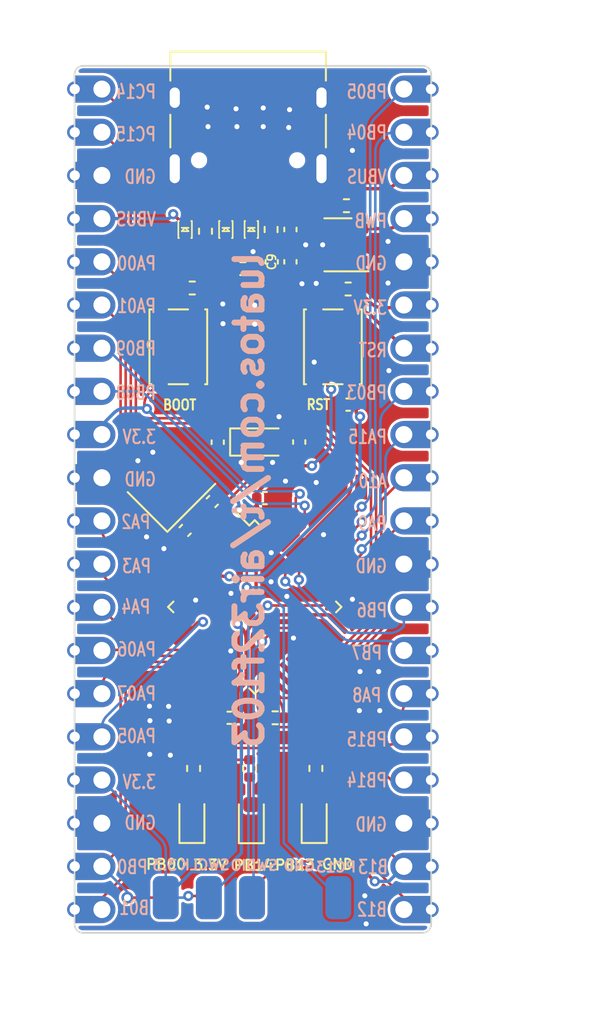
<source format=kicad_pcb>
(kicad_pcb (version 20211014) (generator pcbnew)
  (layers (0 "F.Cu" signal) (31 "B.Cu" signal) (34 "B.Paste" user) (35 "F.Paste" user) (36 "B.SilkS" user "B.Silkscreen") (37 "F.SilkS" user "F.Silkscreen") (38 "B.Mask" user) (39 "F.Mask" user) (44 "Edge.Cuts" user))
  (net 0 "")
  (net 1 "Net-(C1-Pad1)")
  (net 2 "GND")
  (net 3 "Net-(C2-Pad1)")
  (net 4 "VBUS")
  (net 5 "/RST")
  (net 6 "+3V3")
  (net 7 "/PWB")
  (net 8 "Net-(JP1-PadA5)")
  (net 9 "Net-(JP1-PadB5)")
  (net 10 "/PC13")
  (net 11 "/PC14")
  (net 12 "/PC15")
  (net 13 "/PA0")
  (net 14 "/PA1")
  (net 15 "/PA2")
  (net 16 "/PA3")
  (net 17 "/PA4")
  (net 18 "/PA5")
  (net 19 "/PA6")
  (net 20 "/PA7")
  (net 21 "/PB0")
  (net 22 "/PB1")
  (net 23 "/PB2")
  (net 24 "/PB10")
  (net 25 "/PB11")
  (net 26 "/PB12")
  (net 27 "/PB13")
  (net 28 "/PB15")
  (net 29 "/PA8")
  (net 30 "/PA9")
  (net 31 "/PA10")
  (net 32 "/PA11")
  (net 33 "/PA12")
  (net 34 "/SWCLK")
  (net 35 "/PB3")
  (net 36 "/PB4")
  (net 37 "/PB5")
  (net 38 "/PB6")
  (net 39 "/PB7")
  (net 40 "/BOOT")
  (net 41 "/PB8")
  (net 42 "/PB9")
  (net 44 "/PA15")
  (net 47 "/SWDIO")
  (net 48 "/PB14")
  (net 49 "Net-(D4-Pad2)")
  (net 50 "Net-(D5-Pad2)")
  (net 51 "Net-(D6-Pad2)")
  (footprint "global_SMD:TP-1.6-p1.0-2" (layer "F.Cu") (at 168.38 67.26)
    (fp_text reference "J37" hide)
    (fp_text value "Conn_01x01")
  )
  (footprint "Capacitor_SMD:C_0402_1005Metric" (layer "F.Cu") (at 160.6 69.8 90)
    (fp_text reference "C10" hide)
    (fp_text value "0.1uF")
  )
  (footprint "global_SMD:TP-1.6-p1.0-2" (layer "F.Cu") (at 168.38 79.96)
    (fp_text reference "J32" hide)
    (fp_text value "Conn_01x01")
  )
  (footprint "Capacitor_SMD:C_0402_1005Metric" (layer "F.Cu") (at 161.7 69.8 90)
    (fp_text reference "C9")
    (fp_text value "10uF")
  )
  (footprint "Resistor_SMD:R_0402_1005Metric" (layer "F.Cu") (at 156.7 68 -90)
    (fp_text reference "R4" hide)
    (fp_text value "512")
  )
  (footprint "Air_LBZ:SW_SPST_PTS810" (layer "F.Cu") (at 164.2 74.8 90)
    (fp_text reference "RST")
    (fp_text value "SW_Push")
  )
  (footprint "global_SMD:TP-1.6-p1.0-2" (layer "F.Cu") (at 168.38 90.12)
    (fp_text reference "J28" hide)
    (fp_text value "Conn_01x01")
  )
  (footprint "global_SMD:TP-1.6-p1.0-2" (layer "F.Cu") (at 168.38 72.34)
    (fp_text reference "J35" hide)
    (fp_text value "Conn_01x01")
  )
  (footprint "global_SMD:TP-1.6-p1.0-2" (layer "F.Cu") (at 150.6 67.26 180)
    (fp_text reference "J4" hide)
    (fp_text value "Conn_01x01")
  )
  (footprint "global_SMD:TP-1.6-p1.0-2" (layer "F.Cu") (at 168.38 95.2)
    (fp_text reference "J26" hide)
    (fp_text value "Conn_01x01")
  )
  (footprint "Resistor_SMD:R_0402_1005Metric" (layer "F.Cu") (at 165 66.5 180)
    (fp_text reference "R1" hide)
    (fp_text value "512")
  )
  (footprint "LED_SMD:LED_0603_1608Metric" (layer "F.Cu") (at 155.9 102.5 90)
    (fp_text reference "D6" hide)
    (fp_text value "LED")
  )
  (footprint "Package_QFP:LQFP-48_7x7mm_P0.5mm" (layer "F.Cu") (at 159.6 90.1 -45)
    (fp_text reference "U1" hide)
    (fp_text value "STM32F103C8Tx")
  )
  (footprint "Capacitor_SMD:C_0402_1005Metric" (layer "F.Cu") (at 158.1 96.62 180)
    (fp_text reference "C11" hide)
    (fp_text value "0.1uf")
  )
  (footprint "global_SMD:TP-1.6-p1.0-2" (layer "F.Cu") (at 150.6 69.8 180)
    (fp_text reference "J5" hide)
    (fp_text value "Conn_01x01")
  )
  (footprint "global_SMD:TP-1.6-p1.0-2" (layer "F.Cu") (at 150.6 79.96 180)
    (fp_text reference "J9" hide)
    (fp_text value "Conn_01x01")
  )
  (footprint "global_SMD:TP-1.6-p1.0-2" (layer "F.Cu") (at 150.6 92.66 180)
    (fp_text reference "J14" hide)
    (fp_text value "Conn_01x01")
  )
  (footprint "Air_LBZ:SW_SPST_PTS810" (layer "F.Cu") (at 155.1 74.8 90)
    (fp_text reference "BOOT")
    (fp_text value "SW_Push")
  )
  (footprint "global_SMD:TP-1.6-p1.0-2" (layer "F.Cu") (at 168.38 74.88)
    (fp_text reference "J34" hide)
    (fp_text value "Conn_01x01")
  )
  (footprint "global_SMD:TP-1.6-p1.0-2" (layer "F.Cu") (at 150.6 74.88 180)
    (fp_text reference "J7" hide)
    (fp_text value "Conn_01x01")
  )
  (footprint "Crystal:Crystal_SMD_2012-2Pin_2.0x1.2mm_HandSoldering" (layer "F.Cu") (at 159.8 80.4)
    (fp_text reference "Y1" hide)
    (fp_text value "32.768K")
  )
  (footprint "Library:DFN1006-2L" (layer "F.Cu") (at 155.5 67.9 -90)
    (fp_text reference "D1" hide)
    (fp_text value "BDFN2C051V")
  )
  (footprint "global_SMD:TP-1.6-p1.0-2" (layer "F.Cu") (at 150.6 95.2 180)
    (fp_text reference "J15" hide)
    (fp_text value "Conn_01x01")
  )
  (footprint "global_SMD:TP-1.6-p1.0-2" (layer "F.Cu") (at 150.6 59.64 180)
    (fp_text reference "J1" hide)
    (fp_text value "Conn_01x01")
  )
  (footprint "Crystal:Crystal_SMD_3225-4Pin_3.2x2.5mm" (layer "F.Cu") (at 154.7 83.1 45)
    (fp_text reference "Y2" hide)
    (fp_text value "8M")
  )
  (footprint "Library:DFN1006-2L" (layer "F.Cu") (at 159.4 67.9 -90)
    (fp_text reference "D3" hide)
    (fp_text value "BDFN2C051V")
  )
  (footprint "global_SMD:TP-1.6-p1.0-2" (layer "F.Cu") (at 168.38 64.72)
    (fp_text reference "J38" hide)
    (fp_text value "Conn_01x01")
  )
  (footprint "Capacitor_SMD:C_0402_1005Metric" (layer "F.Cu") (at 165.1 78.2)
    (fp_text reference "C8" hide)
    (fp_text value "0.1uF")
  )
  (footprint "Resistor_SMD:R_0402_1005Metric" (layer "F.Cu") (at 156 99.6 90)
    (fp_text reference "R9" hide)
    (fp_text value "512")
  )
  (footprint "Capacitor_SMD:C_0402_1005Metric" (layer "F.Cu") (at 160.2 83.7)
    (fp_text reference "C12" hide)
    (fp_text value "0.1uf")
  )
  (footprint "Capacitor_SMD:C_0402_1005Metric" (layer "F.Cu") (at 162.22 80.4 90)
    (fp_text reference "C3" hide)
    (fp_text value "12p")
  )
  (footprint "Resistor_SMD:R_0402_1005Metric" (layer "F.Cu") (at 163.2 99.6 90)
    (fp_text reference "R7" hide)
    (fp_text value "512")
  )
  (footprint "LED_SMD:LED_0603_1608Metric" (layer "F.Cu") (at 163.1 102.5 90)
    (fp_text reference "D4" hide)
    (fp_text value "LED")
  )
  (footprint "global_SMD:TP-1.6-p1.0-2" (layer "F.Cu") (at 168.38 92.66)
    (fp_text reference "J27" hide)
    (fp_text value "Conn_01x01")
  )
  (footprint "global_SMD:TP-1.6-p1.0-2" (layer "F.Cu") (at 150.6 72.34 180)
    (fp_text reference "J6" hide)
    (fp_text value "Conn_01x01")
  )
  (footprint "global_SMD:TP-1.6-p1.0-2" (layer "F.Cu") (at 150.6 77.42 180)
    (fp_text reference "J8" hide)
    (fp_text value "Conn_01x01")
  )
  (footprint "Library:DFN1006-2L" (layer "F.Cu") (at 157.9 67.9 -90)
    (fp_text reference "D2" hide)
    (fp_text value "BDFN2C051V")
  )
  (footprint "global_SMD:TP-1.6-p1.0-2" (layer "F.Cu") (at 168.38 77.42)
    (fp_text reference "J33" hide)
    (fp_text value "Conn_01x01")
  )
  (footprint "global_SMD:TP-1.6-p1.0-2" (layer "F.Cu") (at 150.6 102.82 180)
    (fp_text reference "J18" hide)
    (fp_text value "Conn_01x01")
  )
  (footprint "LED_SMD:LED_0603_1608Metric" (layer "F.Cu") (at 159.4 102.5125 90)
    (fp_text reference "D5" hide)
    (fp_text value "LED")
  )
  (footprint "Resistor_SMD:R_0402_1005Metric" (layer "F.Cu") (at 159.3 99.6 90)
    (fp_text reference "R8" hide)
    (fp_text value "512")
  )
  (footprint "global_SMD:TP-1.6-p1.0-2" (layer "F.Cu") (at 168.38 97.74)
    (fp_text reference "J25" hide)
    (fp_text value "Conn_01x01")
  )
  (footprint "Resistor_SMD:R_0402_1005Metric" (layer "F.Cu") (at 158.9 70.2 180)
    (fp_text reference "R6" hide)
    (fp_text value "1.5k")
  )
  (footprint "Resistor_SMD:R_0402_1005Metric" (layer "F.Cu") (at 160.563 67.9 -90)
    (fp_text reference "R3" hide)
    (fp_text value "512")
  )
  (footprint "global_SMD:TP-1.6-p1.0-2" (layer "F.Cu") (at 150.6 62.18 180)
    (fp_text reference "J2" hide)
    (fp_text value "Conn_01x01")
  )
  (footprint "global_SMD:TP-1.6-p1.0-2" (layer "F.Cu") (at 168.38 59.64)
    (fp_text reference "J40" hide)
    (fp_text value "Conn_01x01")
  )
  (footprint "Capacitor_SMD:C_0402_1005Metric" (layer "F.Cu") (at 161.7 67.9 -90)
    (fp_text reference "C7" hide)
    (fp_text value "1uF")
  )
  (footprint "global_SMD:TP-1.6-p1.0-2" (layer "F.Cu") (at 168.38 87.58)
    (fp_text reference "J29" hide)
    (fp_text value "Conn_01x01")
  )
  (footprint "global_SMD:TP-1.6-p1.0-2" (layer "F.Cu") (at 168.38 82.5)
    (fp_text reference "J31" hide)
    (fp_text value "Conn_01x01")
  )
  (footprint "global_SMD:TP-1.6-p1.0-2" (layer "F.Cu") (at 150.6 64.72 180)
    (fp_text reference "J3" hide)
    (fp_text value "Conn_01x01")
  )
  (footprint "global_SMD:TP-1.6-p1.0-2" (layer "F.Cu") (at 150.6 105.36 180)
    (fp_text reference "J19" hide)
    (fp_text value "Conn_01x01")
  )
  (footprint "global_SMD:TP-1.6-p1.0-2" (layer "F.Cu") (at 150.6 100.28 180)
    (fp_text reference "J17" hide)
    (fp_text value "Conn_01x01")
  )
  (footprint "Resistor_SMD:R_0402_1005Metric" (layer "F.Cu") (at 165.1 71.4 180)
    (fp_text reference "R2" hide)
    (fp_text value "10K")
  )
  (footprint "global_SMD:TP-1.6-p1.0-2" (layer "F.Cu") (at 168.38 105.36)
    (fp_text reference "J22" hide)
    (fp_text value "Conn_01x01")
  )
  (footprint "Capacitor_SMD:C_0402_1005Metric" (layer "F.Cu") (at 155.5 85.6 -135)
    (fp_text reference "C2" hide)
    (fp_text value "12p")
  )
  (footprint "global_SMD:TP-1.6-p1.0-2" (layer "F.Cu") (at 168.38 102.82)
    (fp_text reference "J23" hide)
    (fp_text value "Conn_01x01")
  )
  (footprint "DAP:DAPLink-port" (layer "F.Cu") (at 154.36 107.2)
    (fp_text reference "J41" hide)
    (fp_text value "Conn_02x05_Counter_Clockwise")
  )
  (footprint "global_SMD:TP-1.6-p1.0-2" (layer "F.Cu") (at 150.6 85.04 180)
    (fp_text reference "J11" hide)
    (fp_text value "Conn_01x01")
  )
  (footprint "global_SMD:TP-1.6-p1.0-2" (layer "F.Cu") (at 150.6 87.58 180)
    (fp_text reference "J12" hide)
    (fp_text value "Conn_01x01")
  )
  (footprint "Capacitor_SMD:C_0402_1005Metric" (layer "F.Cu") (at 157.1 83.9 45)
    (fp_text reference "C1" hide)
    (fp_text value "12p")
  )
  (footprint "Capacitor_SMD:C_0402_1005Metric" (layer "F.Cu") (at 157.42 80.41 -90)
    (fp_text reference "C4" hide)
    (fp_text value "12p")
  )
  (footprint "global_SMD:TP-1.6-p1.0-2" (layer "F.Cu") (at 168.38 107.9)
    (fp_text reference "J21" hide)
    (fp_text value "Conn_01x01")
  )
  (footprint "global_SMD:TP-1.6-p1.0-2" (layer "F.Cu") (at 150.6 97.74 180)
    (fp_text reference "J16" hide)
    (fp_text value "Conn_01x01")
  )
  (footprint "Connector_USB:USB_C_Receptacle_XKB_U262-16XN-4BVC11" (layer "F.Cu") (at 159.21 61.22 180)
    (fp_text reference "JP1" hide)
    (fp_text value "USB_C_Receptacle_USB2.0")
  )
  (footprint "global_SMD:TP-1.6-p1.0-2" (layer "F.Cu") (at 150.6 107.9 180)
    (fp_text reference "J20" hide)
    (fp_text value "Conn_01x01")
  )
  (footprint "global_SMD:TP-1.6-p1.0-2" (layer "F.Cu") (at 168.38 69.8)
    (fp_text reference "J36" hide)
    (fp_text value "Conn_01x01")
  )
  (footprint "global_SMD:TP-1.6-p1.0-2" (layer "F.Cu") (at 168.38 62.18)
    (fp_text reference "J39" hide)
    (fp_text value "Conn_01x01")
  )
  (footprint "Resistor_SMD:R_0402_1005Metric" (layer "F.Cu") (at 155.92 71.34)
    (fp_text reference "R10" hide)
    (fp_text value "10K")
  )
  (footprint "global_SMD:TP-1.6-p1.0-2" (layer "F.Cu") (at 150.6 90.12 180)
    (fp_text reference "J13" hide)
    (fp_text value "Conn_01x01")
  )
  (footprint "global_SMD:TP-1.6-p1.0-2" (layer "F.Cu") (at 150.6 82.5 180)
    (fp_text reference "J10" hide)
    (fp_text value "Conn_01x01")
  )
  (footprint "global_SMD:TP-1.6-p1.0-2" (layer "F.Cu") (at 168.38 100.28)
    (fp_text reference "J24" hide)
    (fp_text value "Conn_01x01")
  )
  (footprint "global_SMD:TP-1.6-p1.0-2" (layer "F.Cu") (at 168.38 85.04)
    (fp_text reference "J30" hide)
    (fp_text value "Conn_01x01")
  )
  (footprint "Resistor_SMD:R_0402_1005Metric" (layer "F.Cu") (at 160.8 96.62 180)
    (fp_text reference "R5" hide)
    (fp_text value "100R")
  )
  (footprint "Package_TO_SOT_SMD:SOT-23-5" (layer "F.Cu") (at 164.5 68.8 180)
    (fp_text reference "U2" hide)
    (fp_text value "SGM2019-3.3YN5G/TR")
  )
  (gr_arc (start 149.490001 109.27) (mid 149.136448 109.123553) (end 148.990001 108.77) (layer "Edge.Cuts") (width 0.1))
  (gr_arc (start 148.990001 58.77) (mid 149.136448 58.416447) (end 149.490001 58.27) (layer "Edge.Cuts") (width 0.1))
  (gr_line (start 169.490001 58.27) (end 149.490001 58.27) (layer "Edge.Cuts") (width 0.1))
  (gr_line (start 149.490001 109.27) (end 169.490001 109.27) (layer "Edge.Cuts") (width 0.1))
  (gr_line (start 169.990001 108.77) (end 169.990001 58.77) (layer "Edge.Cuts") (width 0.1))
  (gr_arc (start 169.990001 108.77) (mid 169.843554 109.123553) (end 169.490001 109.27) (layer "Edge.Cuts") (width 0.1))
  (gr_arc (start 169.490001 58.27) (mid 169.843554 58.416447) (end 169.990001 58.77) (layer "Edge.Cuts") (width 0.1))
  (gr_line (start 148.990001 58.77) (end 148.990001 108.77) (layer "Edge.Cuts") (width 0.1))
  (gr_text "PB6" (at 166.5 90.3) (layer "B.SilkS") (effects (font (size 0.8 0.6) (thickness 0.12)) (justify mirror)))
  (gr_text "RST" (at 166.557143 75) (layer "B.SilkS") (effects (font (size 0.8 0.6) (thickness 0.12)) (justify mirror)))
  (gr_text "GND" (at 152.857143 64.8) (layer "B.SilkS") (effects (font (size 0.8 0.6) (thickness 0.12)) (justify mirror)))
  (gr_text "PB08" (at 152.6 77.5) (layer "B.SilkS") (effects (font (size 0.8 0.6) (thickness 0.12)) (justify mirror)))
  (gr_text "PC13" (at 164.39 105.4) (layer "B.SilkS") (effects (font (size 0.6 0.6) (thickness 0.12)) (justify mirror)))
  (gr_text "PB03" (at 166.2 77.5) (layer "B.SilkS") (effects (font (size 0.8 0.6) (thickness 0.12)) (justify mirror)))
  (gr_text "PA8" (at 166.2 95.3) (layer "B.SilkS") (effects (font (size 0.8 0.6) (thickness 0.12)) (justify mirror)))
  (gr_text "PC14" (at 152.6 59.8) (layer "B.SilkS") (effects (font (size 0.8 0.6) (thickness 0.12)) (justify mirror)))
  (gr_text "GND" (at 166.457143 69.9) (layer "B.SilkS") (effects (font (size 0.8 0.6) (thickness 0.12)) (justify mirror)))
  (gr_text "GND" (at 152.857143 82.6) (layer "B.SilkS") (effects (font (size 0.8 0.6) (thickness 0.12)) (justify mirror)))
  (gr_text "PA2" (at 152.6 85.1) (layer "B.SilkS") (effects (font (size 0.8 0.6) (thickness 0.12)) (justify mirror)))
  (gr_text "B01" (at 152.5 107.8) (layer "B.SilkS") (effects (font (size 0.8 0.6) (thickness 0.12)) (justify mirror)))
  (gr_text "3.3V" (at 152.8 100.4) (layer "B.SilkS") (effects (font (size 0.8 0.6) (thickness 0.12)) (justify mirror)))
  (gr_text "3.3V" (at 166.4 72.5) (layer "B.SilkS") (effects (font (size 0.8 0.6) (thickness 0.12)) (justify mirror)))
  (gr_text "PB15" (at 166.2 97.9) (layer "B.SilkS") (effects (font (size 0.8 0.6) (thickness 0.12)) (justify mirror)))
  (gr_text "PA9" (at 166.528572 85.2) (layer "B.SilkS") (effects (font (size 0.8 0.6) (thickness 0.12)) (justify mirror)))
  (gr_text "PA05" (at 152.642857 97.7) (layer "B.SilkS") (effects (font (size 0.8 0.6) (thickness 0.12)) (justify mirror)))
  (gr_text "PB0" (at 152.4 105.4) (layer "B.SilkS") (effects (font (size 0.8 0.6) (thickness 0.12)) (justify mirror)))
  (gr_text "PA3" (at 152.642857 87.7) (layer "B.SilkS") (effects (font (size 0.8 0.6) (thickness 0.12)) (justify mirror)))
  (gr_text "3.3V" (at 152.8 80.1) (layer "B.SilkS") (effects (font (size 0.8 0.6) (thickness 0.12)) (justify mirror)))
  (gr_text "SWCLK" (at 156.65 105.275) (layer "B.SilkS") (effects (font (size 0.6 0.6) (thickness 0.12)) (justify mirror)))
  (gr_text "PB05" (at 166.2 59.8) (layer "B.SilkS") (effects (font (size 0.8 0.6) (thickness 0.12)) (justify mirror)))
  (gr_text "GND" (at 152.857143 102.8) (layer "B.SilkS") (effects (font (size 0.8 0.6) (thickness 0.12)) (justify mirror)))
  (gr_text "SWDIO" (at 159.575 105.3) (layer "B.SilkS") (effects (font (size 0.6 0.6) (thickness 0.12)) (justify mirror)))
  (gr_text "B12" (at 166.5 107.9) (layer "B.SilkS") (effects (font (size 0.8 0.6) (thickness 0.12)) (justify mirror)))
  (gr_text "PC15" (at 152.6 62.3) (layer "B.SilkS") (effects (font (size 0.8 0.6) (thickness 0.12)) (justify mirror)))
  (gr_text "PA00" (at 152.642857 69.9) (layer "B.SilkS") (effects (font (size 0.8 0.6) (thickness 0.12)) (justify mirror)))
  (gr_text "PA4" (at 152.6 90.1) (layer "B.SilkS") (effects (font (size 0.8 0.6) (thickness 0.12)) (justify mirror)))
  (gr_text "PWB" (at 166.428572 67.4) (layer "B.SilkS") (effects (font (size 0.8 0.6) (thickness 0.12)) (justify mirror)))
  (gr_text "GND" (at 162.225 105.325) (layer "B.SilkS") (effects (font (size 0.6 0.6) (thickness 0.12)) (justify mirror)))
  (gr_text "PA06" (at 152.642857 92.6) (layer "B.SilkS") (effects (font (size 0.8 0.6) (thickness 0.12)) (justify mirror)))
  (gr_text "PA07" (at 152.642857 95.2) (layer "B.SilkS") (effects (font (size 0.8 0.6) (thickness 0.12)) (justify mirror)))
  (gr_text "A10" (at 166.542857 82.7) (layer "B.SilkS") (effects (font (size 0.8 0.6) (thickness 0.12)) (justify mirror)))
  (gr_text "PA01" (at 152.642857 72.4) (layer "B.SilkS") (effects (font (size 0.8 0.6) (thickness 0.12)) (justify mirror)))
  (gr_text "PB09" (at 152.6 74.9) (layer "B.SilkS") (effects (font (size 0.8 0.6) (thickness 0.12)) (justify mirror)))
  (gr_text "PB7" (at 166.2 92.8) (layer "B.SilkS") (effects (font (size 0.8 0.6) (thickness 0.12)) (justify mirror)))
  (gr_text "VBUS" (at 166.2 64.8) (layer "B.SilkS") (effects (font (size 0.8 0.6) (thickness 0.12)) (justify mirror)))
  (gr_text "luatos.com/t/air32f103" (at 159.28 83.81 90) (layer "B.SilkS") (effects (font (size 1.6 1.6) (thickness 0.35)) (justify mirror)))
  (gr_text "B13" (at 166.56 105.4) (layer "B.SilkS") (effects (font (size 0.8 0.6) (thickness 0.12)) (justify mirror)))
  (gr_text "3.3" (at 154.3 105.3) (layer "B.SilkS") (effects (font (size 0.6 0.6) (thickness 0.12)) (justify mirror)))
  (gr_text "PB04" (at 166.2 62.2) (layer "B.SilkS") (effects (font (size 0.8 0.6) (thickness 0.12)) (justify mirror)))
  (gr_text "PA15" (at 166.242857 80.1) (layer "B.SilkS") (effects (font (size 0.8 0.6) (thickness 0.12)) (justify mirror)))
  (gr_text "GND" (at 166.457143 102.9) (layer "B.SilkS") (effects (font (size 0.8 0.6) (thickness 0.12)) (justify mirror)))
  (gr_text "VBUS" (at 152.614286 67.3) (layer "B.SilkS") (effects (font (size 0.8 0.6) (thickness 0.12)) (justify mirror)))
  (gr_text "PB14" (at 166.2 100.3) (layer "B.SilkS") (effects (font (size 0.8 0.6) (thickness 0.12)) (justify mirror)))
  (gr_text "GND" (at 166.457143 87.7) (layer "B.SilkS") (effects (font (size 0.8 0.6) (thickness 0.12)) (justify mirror)))
  (gr_text "PB00" (at 154.38 105.24) (layer "F.SilkS") (effects (font (size 0.6 0.6) (thickness 0.12))))
  (gr_text "3.3V" (at 156.97 105.28) (layer "F.SilkS") (effects (font (size 0.6 0.6) (thickness 0.12))))
  (gr_text "PB14" (at 159.54 105.3) (layer "F.SilkS") (effects (font (size 0.6 0.6) (thickness 0.12))))
  (gr_text "PB13" (at 161.97 105.28) (layer "F.SilkS") (effects (font (size 0.6 0.6) (thickness 0.12))))
  (gr_text "GND" (at 164.48 105.24) (layer "F.SilkS") (effects (font (size 0.6 0.6) (thickness 0.12))))
  (segment (start 154.917183 83.177183) (end 155.979411 84.239411) (width 0.15) (layer "F.Cu") (net 1))
  (segment (start 156.855492 86.294832) (end 157.186998 86.626338) (width 0.15) (layer "F.Cu") (net 1))
  (segment (start 154.878833 82.712687) (end 154.917183 82.905488) (width 0.15) (layer "F.Cu") (net 1))
  (segment (start 154.917183 82.905488) (end 154.917183 83.177183) (width 0.15) (layer "F.Cu") (net 1))
  (segment (start 154.876777 81.721142) (end 154.876777 82.614398) (width 0.15) (layer "F.Cu") (net 1))
  (segment (start 154.876777 82.614398) (end 154.878833 82.712687) (width 0.15) (layer "F.Cu") (net 1))
  (segment (start 156.562599 84.437401) (end 156.562599 85.587725) (width 0.15) (layer "F.Cu") (net 1))
  (segment (start 155.979411 84.239411) (end 156.760589 84.239411) (width 0.15) (layer "F.Cu") (net 1))
  (segment (start 156.760589 84.239411) (end 156.562599 84.437401) (width 0.15) (layer "F.Cu") (net 1))
  (arc (start 156.562599 85.587725) (mid 156.638719 85.970408) (end 156.855492 86.294832) (width 0.15) (layer "F.Cu") (net 1))
  (via (at 156.8 60.7) (size 0.6) (drill 0.3) (layers "F.Cu" "B.Cu") (net 2))
  (via (at 159.6 73.47) (size 0.6) (drill 0.3) (layers "F.Cu" "B.Cu") (net 2))
  (via (at 158.5 60.8) (size 0.6) (drill 0.3) (layers "F.Cu" "B.Cu") (net 2))
  (via (at 158.2 89.3) (size 0.6) (drill 0.3) (layers "F.Cu" "B.Cu") (net 2))
  (via (at 166.9 93.9) (size 0.6) (drill 0.3) (layers "F.Cu" "B.Cu") (net 2))
  (via (at 154.56 96.81) (size 0.6) (drill 0.3) (layers "F.Cu" "B.Cu") (net 2))
  (via (at 154.25 86.67) (size 0.6) (drill 0.3) (layers "F.Cu" "B.Cu") (net 2))
  (via (at 161.03 78.91) (size 0.6) (drill 0.3) (layers "F.Cu" "B.Cu") (net 2))
  (via (at 154.63 98.82) (size 0.6) (drill 0.3) (layers "F.Cu" "B.Cu") (net 2))
  (via (at 160.1 61.85) (size 0.6) (drill 0.3) (layers "F.Cu" "B.Cu") (net 2))
  (via (at 163.22 71.07) (size 0.6) (drill 0.3) (layers "F.Cu" "B.Cu") (net 2))
  (via (at 157.73 73.44) (size 0.6) (drill 0.3) (layers "F.Cu" "B.Cu") (net 2))
  (via (at 163.65 85.85) (size 0.6) (drill 0.3) (layers "F.Cu" "B.Cu") (net 2))
  (via (at 153.43 96.79) (size 0.6) (drill 0.3) (layers "F.Cu" "B.Cu") (net 2))
  (via (at 167.45 68.6) (size 0.6) (drill 0.3) (layers "F.Cu" "B.Cu") (net 2))
  (via (at 165.35 89.65) (size 0.6) (drill 0.3) (layers "F.Cu" "B.Cu") (net 2))
  (via (at 161.6 61.9) (size 0.6) (drill 0.3) (layers "F.Cu" "B.Cu") (net 2))
  (via (at 158.8 81.6) (size 0.6) (drill 0.3) (layers "F.Cu" "B.Cu") (net 2))
  (via (at 153.6 81) (size 0.6) (drill 0.3) (layers "F.Cu" "B.Cu") (net 2))
  (via (at 163.6 68.8) (size 0.6) (drill 0.3) (layers "F.Cu" "B.Cu") (net 2))
  (via (at 157.72 72.28) (size 0.6) (drill 0.3) (layers "F.Cu" "B.Cu") (net 2))
  (via (at 163.1 75.7) (size 0.6) (drill 0.3) (layers "F.Cu" "B.Cu") (net 2))
  (via (at 153.23 85.98) (size 0.6) (drill 0.3) (layers "F.Cu" "B.Cu") (net 2))
  (via (at 153.42 98.77) (size 0.6) (drill 0.3) (layers "F.Cu" "B.Cu") (net 2))
  (via (at 156.12 89.7) (size 0.6) (drill 0.3) (layers "F.Cu" "B.Cu") (net 2))
  (via (at 161.49 89.48) (size 0.6) (drill 0.3) (layers "F.Cu" "B.Cu") (net 2))
  (via (at 165.35 63.25) (size 0.6) (drill 0.3) (layers "F.Cu" "B.Cu") (net 2))
  (via (at 159.5 69.2) (size 0.6) (drill 0.3) (layers "F.Cu" "B.Cu") (net 2))
  (via (at 161.65 60.85) (size 0.6) (drill 0.3) (layers "F.Cu" "B.Cu") (net 2))
  (via (at 154.53 95.95) (size 0.6) (drill 0.3) (layers "F.Cu" "B.Cu") (net 2))
  (via (at 153.4 95.94) (size 0.6) (drill 0.3) (layers "F.Cu" "B.Cu") (net 2))
  (via (at 160.65 81.6) (size 0.6) (drill 0.3) (layers "F.Cu" "B.Cu") (net 2))
  (via (at 158.55 61.85) (size 0.6) (drill 0.3) (layers "F.Cu" "B.Cu") (net 2))
  (via (at 159.6 72.35) (size 0.6) (drill 0.3) (layers "F.Cu" "B.Cu") (net 2))
  (via (at 160.56 88.62) (size 0.6) (drill 0.3) (layers "F.Cu" "B.Cu") (net 2))
  (via (at 166.16 108.74) (size 0.6) (drill 0.3) (layers "F.Cu" "B.Cu") (net 2))
  (via (at 158.19 92.69) (size 0.6) (drill 0.3) (layers "F.Cu" "B.Cu") (net 2))
  (via (at 152.72 81.5) (size 0.6) (drill 0.3) (layers "F.Cu" "B.Cu") (net 2))
  (via (at 162.38 71.09) (size 0.6) (drill 0.3) (layers "F.Cu" "B.Cu") (net 2))
  (via (at 167.45 71.05) (size 0.6) (drill 0.3) (layers "F.Cu" "B.Cu") (net 2))
  (via (at 165.76 96.2) (size 0.6) (drill 0.3) (layers "F.Cu" "B.Cu") (net 2))
  (via (at 162.6 68.8) (size 0.6) (drill 0.3) (layers "F.Cu" "B.Cu") (net 2))
  (via (at 161.41 82.7) (size 0.6) (drill 0.3) (layers "F.Cu" "B.Cu") (net 2))
  (via (at 160.57 86.91) (size 0.6) (drill 0.3) (layers "F.Cu" "B.Cu") (net 2))
  (via (at 166.08 107.09) (size 0.6) (drill 0.3) (layers "F.Cu" "B.Cu") (net 2))
  (via (at 161.88 91.93) (size 0.6) (drill 0.3) (layers "F.Cu" "B.Cu") (net 2))
  (via (at 167.5 76.2) (size 0.6) (drill 0.3) (layers "F.Cu" "B.Cu") (net 2))
  (via (at 156.85 61.85) (size 0.6) (drill 0.3) (layers "F.Cu" "B.Cu") (net 2))
  (via (at 165.8 93.9) (size 0.6) (drill 0.3) (layers "F.Cu" "B.Cu") (net 2))
  (via (at 163.22 82.78) (size 0.6) (drill 0.3) (layers "F.Cu" "B.Cu") (net 2))
  (via (at 160.1 60.75) (size 0.6) (drill 0.3) (layers "F.Cu" "B.Cu") (net 2))
  (via (at 166.96 96.2) (size 0.6) (drill 0.3) (layers "F.Cu" "B.Cu") (net 2))
  (segment (start 154.523223 84.478858) (end 155.012061 84.967696) (width 0.15) (layer "F.Cu") (net 3))
  (segment (start 155.719168 85.260589) (end 155.839411 85.260589) (width 0.15) (layer "F.Cu") (net 3))
  (segment (start 155.839411 85.260589) (end 155.839411 85.571643) (width 0.15) (layer "F.Cu") (net 3))
  (segment (start 156.132304 86.27875) (end 156.833445 86.979891) (width 0.15) (layer "F.Cu") (net 3))
  (arc (start 156.132304 86.27875) (mid 155.915531 85.954327) (end 155.839411 85.571643) (width 0.15) (layer "F.Cu") (net 3))
  (arc (start 155.719168 85.260589) (mid 155.336485 85.184469) (end 155.012061 84.967696) (width 0.15) (layer "F.Cu") (net 3))
  (segment (start 165.25 69.75) (end 165.6375 69.75) (width 0.2) (layer "F.Cu") (net 4))
  (segment (start 157.307107 63.192893) (end 157.252893 63.247107) (width 0.2) (layer "F.Cu") (net 4))
  (segment (start 156.66 64.89) (end 156.66 65.250786) (width 0.2) (layer "F.Cu") (net 4))
  (segment (start 164.992893 69.492893) (end 165.25 69.75) (width 0.2) (layer "F.Cu") (net 4))
  (segment (start 163.034214 66.5) (end 164.49 66.5) (width 0.2) (layer "F.Cu") (net 4))
  (segment (start 161.46 64.89) (end 161.46 67.18) (width 0.2) (layer "F.Cu") (net 4))
  (segment (start 155.5 67.239214) (end 155.5 67.475) (width 0.2) (layer "F.Cu") (net 4))
  (segment (start 155.5 67.475) (end 155.275 67.475) (width 0.2) (layer "F.Cu") (net 4))
  (segment (start 159.830786 62.9) (end 158.014214 62.9) (width 0.2) (layer "F.Cu") (net 4))
  (segment (start 161.167107 63.822107) (end 160.537893 63.192893) (width 0.2) (layer "F.Cu") (net 4))
  (segment (start 161.7 67.42) (end 162.327107 66.792893) (width 0.2) (layer "F.Cu") (net 4))
  (segment (start 167.892893 65.207107) (end 168.38 64.72) (width 0.2) (layer "F.Cu") (net 4))
  (segment (start 164.49 66.5) (end 164.7 66.71) (width 0.2) (layer "F.Cu") (net 4))
  (segment (start 155.275 67.475) (end 154.8 67) (width 0.2) (layer "F.Cu") (net 4))
  (segment (start 161.46 67.18) (end 161.7 67.42) (width 0.2) (layer "F.Cu") (net 4))
  (segment (start 156.96 63.954214) (end 156.96 64.89) (width 0.2) (layer "F.Cu") (net 4))
  (segment (start 156.367107 65.957893) (end 155.792893 66.532107) (width 0.2) (layer "F.Cu") (net 4))
  (segment (start 164.49 66.5) (end 165.197107 65.792893) (width 0.2) (layer "F.Cu") (net 4))
  (segment (start 164.7 66.71) (end 164.7 68.785786) (width 0.2) (layer "F.Cu") (net 4))
  (segment (start 165.904214 65.5) (end 167.185786 65.5) (width 0.2) (layer "F.Cu") (net 4))
  (segment (start 161.46 64.89) (end 161.46 64.529214) (width 0.2) (layer "F.Cu") (net 4))
  (via (at 154.8 67) (size 0.6) (drill 0.3) (layers "F.Cu" "B.Cu") (net 4))
  (arc (start 164.992893 69.492893) (mid 164.77612 69.16847) (end 164.7 68.785786) (width 0.2) (layer "F.Cu") (net 4))
  (arc (start 156.367107 65.957893) (mid 156.58388 65.63347) (end 156.66 65.250786) (width 0.2) (layer "F.Cu") (net 4))
  (arc (start 157.307107 63.192893) (mid 157.63153 62.97612) (end 158.014214 62.9) (width 0.2) (layer "F.Cu") (net 4))
  (arc (start 161.46 64.529214) (mid 161.38388 64.146531) (end 161.167107 63.822107) (width 0.2) (layer "F.Cu") (net 4))
  (arc (start 165.904214 65.5) (mid 165.521531 65.57612) (end 165.197107 65.792893) (width 0.2) (layer "F.Cu") (net 4))
  (arc (start 167.892893 65.207107) (mid 167.56847 65.42388) (end 167.185786 65.5) (width 0.2) (layer "F.Cu") (net 4))
  (arc (start 156.96 63.954214) (mid 157.03612 63.571531) (end 157.252893 63.247107) (width 0.2) (layer "F.Cu") (net 4))
  (arc (start 155.5 67.239214) (mid 155.57612 66.856531) (end 155.792893 66.532107) (width 0.2) (layer "F.Cu") (net 4))
  (arc (start 162.327107 66.792893) (mid 162.65153 66.57612) (end 163.034214 66.5) (width 0.2) (layer "F.Cu") (net 4))
  (arc (start 159.830786 62.9) (mid 160.213469 62.97612) (end 160.537893 63.192893) (width 0.2) (layer "F.Cu") (net 4))
  (segment (start 154.54 67.26) (end 150.6 67.26) (width 0.2) (layer "B.Cu") (net 4))
  (segment (start 154.8 67) (end 154.54 67.26) (width 0.2) (layer "B.Cu") (net 4))
  (segment (start 165.58 78.2) (end 165.58 78.68) (width 0.2) (layer "F.Cu") (net 5))
  (segment (start 165.58 78.2) (end 165.58 77.594214) (width 0.2) (layer "F.Cu") (net 5))
  (segment (start 165.275 72.725) (end 165.810786 72.725) (width 0.2) (layer "F.Cu") (net 5))
  (segment (start 164.882893 72.332893) (end 165.275 72.725) (width 0.2) (layer "F.Cu") (net 5))
  (segment (start 165.58 78.68) (end 165.8 78.9) (width 0.2) (layer "F.Cu") (net 5))
  (segment (start 164.59 71.4) (end 164.59 71.625786) (width 0.2) (layer "F.Cu") (net 5))
  (segment (start 157.86066 88.3) (end 158.1 88.3) (width 0.2) (layer "F.Cu") (net 5))
  (segment (start 166.517893 73.017893) (end 168.38 74.88) (width 0.2) (layer "F.Cu") (net 5))
  (segment (start 165.275 76.875) (end 165.275 72.725) (width 0.2) (layer "F.Cu") (net 5))
  (segment (start 156.479891 87.333445) (end 157.153553 88.007107) (width 0.2) (layer "F.Cu") (net 5))
  (segment (start 165.287107 76.887107) (end 165.275 76.875) (width 0.2) (layer "F.Cu") (net 5))
  (via (at 158.1 88.3) (size 0.6) (drill 0.3) (layers "F.Cu" "B.Cu") (net 5))
  (via (at 165.8 78.9) (size 0.6) (drill 0.3) (layers "F.Cu" "B.Cu") (net 5))
  (arc (start 165.810786 72.725) (mid 166.193469 72.80112) (end 166.517893 73.017893) (width 0.2) (layer "F.Cu") (net 5))
  (arc (start 157.86066 88.3) (mid 157.477977 88.22388) (end 157.153553 88.007107) (width 0.2) (layer "F.Cu") (net 5))
  (arc (start 165.287107 76.887107) (mid 165.50388 77.21153) (end 165.58 77.594214) (width 0.2) (layer "F.Cu") (net 5))
  (arc (start 164.882893 72.332893) (mid 164.66612 72.00847) (end 164.59 71.625786) (width 0.2) (layer "F.Cu") (net 5))
  (segment (start 160.330111 88.007107) (end 165.507107 82.830111) (width 0.2) (layer "B.Cu") (net 5))
  (segment (start 165.8 82.123004) (end 165.8 78.9) (width 0.2) (layer "B.Cu") (net 5))
  (segment (start 158.1 88.3) (end 159.623004 88.3) (width 0.2) (layer "B.Cu") (net 5))
  (arc (start 159.623004 88.3) (mid 160.005688 88.22388) (end 160.330111 88.007107) (width 0.2) (layer "B.Cu") (net 5))
  (arc (start 165.507107 82.830111) (mid 165.72388 82.505687) (end 165.8 82.123004) (width 0.2) (layer "B.Cu") (net 5))
  (segment (start 158.800776 91.300776) (end 158.6 91.1) (width 0.2) (layer "F.Cu") (net 6))
  (segment (start 159.093669 91.920545) (end 159.093669 92.093669) (width 0.2) (layer "F.Cu") (net 6))
  (segment (start 159.156668 84.656668) (end 158.956668 84.656668) (width 0.2) (layer "F.Cu") (net 6))
  (segment (start 161.724214 81.8) (end 162.968838 81.8) (width 0.2) (layer "F.Cu") (net 6))
  (segment (start 160.066377 90.565379) (end 160.050499 90.549501) (width 0.2) (layer "F.Cu") (net 6))
  (segment (start 158.6 91.1) (end 158.6 90.867766) (width 0.2) (layer "F.Cu") (net 6))
  (segment (start 160.52 70.2) (end 160.6 70.28) (width 0.2) (layer "F.Cu") (net 6))
  (segment (start 159.72 83.7) (end 159.72 83.919122) (width 0.2) (layer "F.Cu") (net 6))
  (segment (start 160.050499 90.549501) (end 159.386562 91.213438) (width 0.2) (layer "F.Cu") (net 6))
  (segment (start 159.41 70.2) (end 160.52 70.2) (width 0.2) (layer "F.Cu") (net 6))
  (segment (start 160 86.128824) (end 160 86.44) (width 0.2) (layer "F.Cu") (net 6))
  (segment (start 159.72 83.7) (end 159.72 84.093336) (width 0.2) (layer "F.Cu") (net 6))
  (segment (start 160.017779 86.013161) (end 160.017779 86.111045) (width 0.2) (layer "F.Cu") (net 6))
  (segment (start 159.68 90.179002) (end 159.68 86.82) (width 0.2) (layer "F.Cu") (net 6))
  (segment (start 160.012893 84.626229) (end 160.598788 85.212124) (width 0.2) (layer "F.Cu") (net 6))
  (segment (start 158.6 90.867766) (end 155.772785 88.040551) (width 0.2) (layer "F.Cu") (net 6))
  (segment (start 160.050499 90.549501) (end 159.68 90.179002) (width 0.2) (layer "F.Cu") (net 6))
  (segment (start 164.857194 70.83048) (end 165.04048 70.83048) (width 0.2) (layer "F.Cu") (net 6))
  (segment (start 163.3625 69.75) (end 164.150087 70.537587) (width 0.2) (layer "F.Cu") (net 6))
  (segment (start 154.025 72.725) (end 154.025 76.875) (width 0.15) (layer "F.Cu") (net 6))
  (segment (start 159.093669 92.093669) (end 159.093669 92.007883) (width 0.2) (layer "F.Cu") (net 6))
  (segment (start 163.9 70.701714) (end 163.9 77.1) (width 0.2) (layer "F.Cu") (net 6))
  (segment (start 167.124214 72.5) (end 168.22 72.5) (width 0.2) (layer "F.Cu") (net 6))
  (segment (start 159.093669 94.495419) (end 158.601212 94.987876) (width 0.2) (layer "F.Cu") (net 6))
  (segment (start 159.093669 92.093669) (end 159.093669 94.495419) (width 0.2) (layer "F.Cu") (net 6))
  (segment (start 159.68 86.82) (end 160 86.5) (width 0.2) (layer "F.Cu") (net 6))
  (segment (start 155.6885 107.1) (end 156.8 107.1) (width 0.15) (layer "F.Cu") (net 6))
  (segment (start 163.954467 90.565379) (end 160.066377 90.565379) (width 0.2) (layer "F.Cu") (net 6))
  (segment (start 158.601212 94.987876) (end 158.601212 96.56879) (width 0.2) (layer "F.Cu") (net 6))
  (segment (start 158.956668 84.656668) (end 158.7 84.4) (width 0.2) (layer "F.Cu") (net 6))
  (segment (start 159.72 84.093336) (end 159.156668 84.656668) (width 0.2) (layer "F.Cu") (net 6))
  (segment (start 154.025 76.875) (end 153.392893 77.507107) (width 0.15) (layer "F.Cu") (net 6))
  (segment (start 159.72 83.39) (end 161.017107 82.092893) (width 0.2) (layer "F.Cu") (net 6))
  (segment (start 153.1 78.214214) (end 153.1 78.3) (width 0.15) (layer "F.Cu") (net 6))
  (segment (start 156.8 107.1) (end 156.9 107.2) (width 0.15) (layer "F.Cu") (net 6))
  (segment (start 159.156668 84.656668) (end 158.601212 85.212124) (width 0.2) (layer "F.Cu") (net 6))
  (segment (start 164.487876 91.098788) (end 163.954467 90.565379) (width 0.2) (layer "F.Cu") (net 6))
  (segment (start 165.04048 70.83048) (end 165.61 71.4) (width 0.2) (layer "F.Cu") (net 6))
  (segment (start 159.72 83.7) (end 159.72 83.39) (width 0.2) (layer "F.Cu") (net 6))
  (segment (start 153.1 78.3) (end 153.25 78.45) (width 0.15) (layer "F.Cu") (net 6))
  (segment (start 160.598788 85.212124) (end 160.292893 85.518019) (width 0.2) (layer "F.Cu") (net 6))
  (segment (start 165.61 71.4) (end 166.417107 72.207107) (width 0.2) (layer "F.Cu") (net 6))
  (segment (start 161.937107 70.042893) (end 161.7 70.28) (width 0.2) (layer "F.Cu") (net 6))
  (segment (start 163.9 77.1) (end 164.1 77.3) (width 0.2) (layer "F.Cu") (net 6))
  (segment (start 163.3625 69.75) (end 163.607107 69.994607) (width 0.2) (layer "F.Cu") (net 6))
  (segment (start 168.22 72.5) (end 168.38 72.34) (width 0.2) (layer "F.Cu") (net 6))
  (segment (start 160.017779 86.111045) (end 160 86.128824) (width 0.2) (layer "F.Cu") (net 6))
  (segment (start 160 86.44) (end 160.01 86.45) (width 0.2) (layer "F.Cu") (net 6))
  (segment (start 163.3625 69.75) (end 162.644214 69.75) (width 0.2) (layer "F.Cu") (net 6))
  (segment (start 161.7 70.28) (end 160.6 70.28) (width 0.2) (layer "F.Cu") (net 6))
  (via (at 153.25 78.45) (size 0.6) (drill 0.3) (layers "F.Cu" "B.Cu") (net 6))
  (via (at 158.7 84.4) (size 0.6) (drill 0.3) (layers "F.Cu" "B.Cu") (net 6))
  (via (at 162.968838 81.8) (size 0.6) (drill 0.3) (layers "F.Cu" "B.Cu") (net 6))
  (via (at 164.1 77.3) (size 0.6) (drill 0.3) (layers "F.Cu" "B.Cu") (net 6))
  (via (at 155.6885 107.1) (size 0.6) (drill 0.3) (layers "F.Cu" "B.Cu") (net 6))
  (via (at 158.6 91.1) (size 0.6) (drill 0.3) (layers "F.Cu" "B.Cu") (net 6))
  (arc (start 159.386562 91.213438) (mid 159.169789 91.537861) (end 159.093669 91.920545) (width 0.2) (layer "F.Cu") (net 6))
  (arc (start 166.417107 72.207107) (mid 166.74153 72.42388) (end 167.124214 72.5) (width 0.2) (layer "F.Cu") (net 6))
  (arc (start 161.724214 81.8) (mid 161.341531 81.87612) (end 161.017107 82.092893) (width 0.2) (layer "F.Cu") (net 6))
  (arc (start 162.644214 69.75) (mid 162.261531 69.82612) (end 161.937107 70.042893) (width 0.2) (layer "F.Cu") (net 6))
  (arc (start 158.601212 96.56879) (mid 158.595699 96.596504) (end 158.58 96.62) (width 0.2) (layer "F.Cu") (net 6))
  (arc (start 158.800776 91.300776) (mid 159.017549 91.625199) (end 159.093669 92.007883) (width 0.2) (layer "F.Cu") (net 6))
  (arc (start 160.292893 85.518019) (mid 160.122036 85.746817) (end 160.017779 86.013161) (width 0.2) (layer "F.Cu") (net 6))
  (arc (start 164.150087 70.537587) (mid 164.474511 70.75436) (end 164.857194 70.83048) (width 0.2) (layer "F.Cu") (net 6))
  (arc (start 159.72 83.919122) (mid 159.79612 84.301805) (end 160.012893 84.626229) (width 0.2) (layer "F.Cu") (net 6))
  (arc (start 153.1 78.214214) (mid 153.17612 77.831531) (end 153.392893 77.507107) (width 0.15) (layer "F.Cu") (net 6))
  (arc (start 163.607107 69.994607) (mid 163.82388 70.31903) (end 163.9 70.701714) (width 0.2) (layer "F.Cu") (net 6))
  (segment (start 163.797107 80.971731) (end 162.968838 81.8) (width 0.2) (layer "B.Cu") (net 6))
  (segment (start 151.307107 78.692893) (end 150.892893 79.107107) (width 0.2) (layer "B.Cu") (net 6))
  (segment (start 157.70952 105.68048) (end 155.87952 105.68048) (width 0.2) (layer "B.Cu") (net 6))
  (segment (start 155.5885 107.2) (end 155.6885 107.1) (width 0.15) (layer "B.Cu") (net 6))
  (segment (start 150.6 79.814214) (end 150.6 79.96) (width 0.2) (layer "B.Cu") (net 6))
  (segment (start 155.87952 105.68048) (end 154.36 107.2) (width 0.2) (layer "B.Cu") (net 6))
  (segment (start 158.81403 91.31403) (end 158.81403 104.57597) (width 0.2) (layer "B.Cu") (net 6))
  (segment (start 158.7 84.4) (end 158.7 84.314214) (width 0.2) (layer "B.Cu") (net 6))
  (segment (start 154.067107 103.747107) (end 150.6 100.28) (width 0.15) (layer "B.Cu") (net 6))
  (segment (start 164.1 77.3) (end 164.09 77.31) (width 0.2) (layer "B.Cu") (net 6))
  (segment (start 153.25 78.45) (end 153.2 78.4) (width 0.2) (layer "B.Cu") (net 6))
  (segment (start 164.09 77.31) (end 164.09 80.264624) (width 0.2) (layer "B.Cu") (net 6))
  (segment (start 158.6 91.1) (end 158.81403 91.31403) (width 0.2) (layer "B.Cu") (net 6))
  (segment (start 154.36 107.2) (end 155.5885 107.2) (width 0.15) (layer "B.Cu") (net 6))
  (segment (start 158.407107 83.607107) (end 153.25 78.45) (width 0.2) (layer "B.Cu") (net 6))
  (segment (start 154.36 107.2) (end 154.36 104.454214) (width 0.15) (layer "B.Cu") (net 6))
  (segment (start 158.81403 104.57597) (end 157.70952 105.68048) (width 0.2) (layer "B.Cu") (net 6))
  (segment (start 153.2 78.4) (end 152.014214 78.4) (width 0.2) (layer "B.Cu") (net 6))
  (arc (start 154.067107 103.747107) (mid 154.28388 104.07153) (end 154.36 104.454214) (width 0.15) (layer "B.Cu") (net 6))
  (arc (start 150.6 79.814214) (mid 150.67612 79.431531) (end 150.892893 79.107107) (width 0.2) (layer "B.Cu") (net 6))
  (arc (start 163.797107 80.971731) (mid 164.01388 80.647308) (end 164.09 80.264624) (width 0.2) (layer "B.Cu") (net 6))
  (arc (start 152.014214 78.4) (mid 151.631531 78.47612) (end 151.307107 78.692893) (width 0.2) (layer "B.Cu") (net 6))
  (arc (start 158.7 84.314214) (mid 158.62388 83.931531) (end 158.407107 83.607107) (width 0.2) (layer "B.Cu") (net 6))
  (segment (start 168.082893 67.557107) (end 168.38 67.26) (width 0.2) (layer "F.Cu") (net 7))
  (segment (start 165.51 67.7225) (end 165.6375 67.85) (width 0.2) (layer "F.Cu") (net 7))
  (segment (start 165.51 66.5) (end 165.51 67.7225) (width 0.2) (layer "F.Cu") (net 7))
  (segment (start 165.6375 67.85) (end 167.375786 67.85) (width 0.2) (layer "F.Cu") (net 7))
  (arc (start 168.082893 67.557107) (mid 167.75847 67.77388) (end 167.375786 67.85) (width 0.2) (layer "F.Cu") (net 7))
  (segment (start 160.46 67.287) (end 160.563 67.39) (width 0.15) (layer "F.Cu") (net 8))
  (segment (start 160.46 64.89) (end 160.46 67.287) (width 0.15) (layer "F.Cu") (net 8))
  (segment (start 157.46 64.89) (end 157.46 66.315786) (width 0.15) (layer "F.Cu") (net 9))
  (segment (start 157.167107 67.022893) (end 156.7 67.49) (width 0.15) (layer "F.Cu") (net 9))
  (arc (start 157.46 66.315786) (mid 157.38388 66.698469) (end 157.167107 67.022893) (width 0.15) (layer "F.Cu") (net 9))
  (segment (start 159.1305 86.44852) (end 159.1305 88.95) (width 0.15) (layer "F.Cu") (net 10))
  (segment (start 158.247658 85.565678) (end 159.1305 86.44852) (width 0.15) (layer "F.Cu") (net 10))
  (via (at 159.1305 88.95) (size 0.6) (drill 0.3) (layers "F.Cu" "B.Cu") (net 10))
  (segment (start 161.31 90.17) (end 160.09 88.95) (width 0.15) (layer "B.Cu") (net 10))
  (segment (start 161.31 103.99) (end 161.31 90.17) (width 0.15) (layer "B.Cu") (net 10))
  (segment (start 160.09 88.95) (end 159.1305 88.95) (width 0.15) (layer "B.Cu") (net 10))
  (segment (start 164.52 107.2) (end 161.31 103.99) (width 0.15) (layer "B.Cu") (net 10))
  (segment (start 157.36 84.94) (end 160.115805 82.184195) (width 0.15) (layer "F.Cu") (net 11))
  (segment (start 160.725 80.4) (end 161.325786 80.4) (width 0.15) (layer "F.Cu") (net 11))
  (segment (start 162.032893 80.692893) (end 162.22 80.88) (width 0.15) (layer "F.Cu") (net 11))
  (segment (start 152.607107 78.707107) (end 152.899999 79) (width 0.15) (layer "F.Cu") (net 11))
  (segment (start 160.725 80.4) (end 159.617893 79.292893) (width 0.15) (layer "F.Cu") (net 11))
  (segment (start 152.59952 78.69952) (end 152.59952 62.053734) (width 0.15) (layer "F.Cu") (net 11))
  (segment (start 160.115805 81.009195) (end 160.725 80.4) (width 0.15) (layer "F.Cu") (net 11))
  (segment (start 152.607107 78.707107) (end 152.59952 78.69952) (width 0.15) (layer "F.Cu") (net 11))
  (segment (start 157.36 85.385126) (end 157.36 84.94) (width 0.15) (layer "F.Cu") (net 11))
  (segment (start 152.306627 61.346627) (end 150.6 59.64) (width 0.15) (layer "F.Cu") (net 11))
  (segment (start 160.115805 82.184195) (end 160.115805 81.009195) (width 0.15) (layer "F.Cu") (net 11))
  (segment (start 157.894105 85.919231) (end 157.36 85.385126) (width 0.15) (layer "F.Cu") (net 11))
  (segment (start 158.910786 79) (end 152.899999 79) (width 0.15) (layer "F.Cu") (net 11))
  (arc (start 159.617893 79.292893) (mid 159.29347 79.07612) (end 158.910786 79) (width 0.15) (layer "F.Cu") (net 11))
  (arc (start 161.325786 80.4) (mid 161.708469 80.47612) (end 162.032893 80.692893) (width 0.15) (layer "F.Cu") (net 11))
  (arc (start 152.306627 61.346627) (mid 152.5234 61.67105) (end 152.59952 62.053734) (width 0.15) (layer "F.Cu") (net 11))
  (segment (start 157.42 79.93) (end 157.37 79.93) (width 0.15) (layer "F.Cu") (net 12))
  (segment (start 156.739511 79.299511) (end 152.775939 79.299511) (width 0.15) (layer "F.Cu") (net 12))
  (segment (start 157.073094 85.805328) (end 157.540551 86.272785) (width 0.15) (layer "F.Cu") (net 12))
  (segment (start 157.89 80.4) (end 157.42 79.93) (width 0.15) (layer "F.Cu") (net 12))
  (segment (start 159.407107 82.469321) (end 157.060489 84.815939) (width 0.15) (layer "F.Cu") (net 12))
  (segment (start 157.073094 85.521792) (end 157.073094 85.805328) (width 0.15) (layer "F.Cu") (net 12))
  (segment (start 157.060489 84.815939) (end 157.06049 85.509188) (width 0.15) (layer "F.Cu") (net 12))
  (segment (start 158.875 80.4) (end 159.407107 80.932107) (width 0.15) (layer "F.Cu") (net 12))
  (segment (start 157.06049 85.509188) (end 157.073094 85.521792) (width 0.15) (layer "F.Cu") (net 12))
  (segment (start 159.407107 80.932107) (end 159.407107 82.469321) (width 0.15) (layer "F.Cu") (net 12))
  (segment (start 157.37 79.93) (end 156.739511 79.299511) (width 0.15) (layer "F.Cu") (net 12))
  (segment (start 152.775939 79.299511) (end 152.30001 78.823582) (width 0.15) (layer "F.Cu") (net 12))
  (segment (start 158.875 80.4) (end 157.89 80.4) (width 0.15) (layer "F.Cu") (net 12))
  (segment (start 152.007117 63.587117) (end 150.6 62.18) (width 0.15) (layer "F.Cu") (net 12))
  (segment (start 152.30001 78.823582) (end 152.30001 64.294224) (width 0.15) (layer "F.Cu") (net 12))
  (arc (start 152.30001 64.294224) (mid 152.22389 63.911541) (end 152.007117 63.587117) (width 0.15) (layer "F.Cu") (net 12))
  (segment (start 154.51189 87.900978) (end 153.838764 87.900978) (width 0.15) (layer "F.Cu") (net 13))
  (segment (start 152.000489 86.062703) (end 152.000489 71.614703) (width 0.15) (layer "F.Cu") (net 13))
  (segment (start 155.419231 88.394105) (end 155.218997 88.193871) (width 0.15) (layer "F.Cu") (net 13))
  (segment (start 153.131657 87.608085) (end 152.293382 86.76981) (width 0.15) (layer "F.Cu") (net 13))
  (segment (start 151.707596 70.907596) (end 150.6 69.8) (width 0.15) (layer "F.Cu") (net 13))
  (arc (start 153.838764 87.900978) (mid 153.456081 87.824858) (end 153.131657 87.608085) (width 0.15) (layer "F.Cu") (net 13))
  (arc (start 155.218997 88.193871) (mid 154.894574 87.977098) (end 154.51189 87.900978) (width 0.15) (layer "F.Cu") (net 13))
  (arc (start 152.000489 71.614703) (mid 151.924369 71.23202) (end 151.707596 70.907596) (width 0.15) (layer "F.Cu") (net 13))
  (arc (start 152.000489 86.062703) (mid 152.076609 86.445386) (end 152.293382 86.76981) (width 0.15) (layer "F.Cu") (net 13))
  (segment (start 151.700978 86.186764) (end 151.700978 73.855192) (width 0.15) (layer "F.Cu") (net 14))
  (segment (start 155.065678 88.747658) (end 154.811402 88.493382) (width 0.15) (layer "F.Cu") (net 14))
  (segment (start 154.104296 88.200489) (end 153.714701 88.200489) (width 0.15) (layer "F.Cu") (net 14))
  (segment (start 151.408085 73.148085) (end 150.6 72.34) (width 0.15) (layer "F.Cu") (net 14))
  (segment (start 153.007595 87.907595) (end 151.993871 86.893871) (width 0.15) (layer "F.Cu") (net 14))
  (arc (start 153.714701 88.200489) (mid 153.332018 88.124368) (end 153.007595 87.907595) (width 0.15) (layer "F.Cu") (net 14))
  (arc (start 154.104296 88.200489) (mid 154.486979 88.27661) (end 154.811402 88.493382) (width 0.15) (layer "F.Cu") (net 14))
  (arc (start 151.408085 73.148085) (mid 151.624858 73.472508) (end 151.700978 73.855192) (width 0.15) (layer "F.Cu") (net 14))
  (arc (start 151.700978 86.186764) (mid 151.777098 86.569447) (end 151.993871 86.893871) (width 0.15) (layer "F.Cu") (net 14))
  (segment (start 153.696698 88.5) (end 153.590642 88.5) (width 0.15) (layer "F.Cu") (net 15))
  (segment (start 150.6 85.509358) (end 150.6 85.04) (width 0.15) (layer "F.Cu") (net 15))
  (segment (start 154.712124 89.101212) (end 154.403805 88.792893) (width 0.15) (layer "F.Cu") (net 15))
  (segment (start 152.883535 88.207107) (end 150.892893 86.216465) (width 0.15) (layer "F.Cu") (net 15))
  (arc (start 153.696698 88.5) (mid 154.079381 88.57612) (end 154.403805 88.792893) (width 0.15) (layer "F.Cu") (net 15))
  (arc (start 150.892893 86.216465) (mid 150.67612 85.892042) (end 150.6 85.509358) (width 0.15) (layer "F.Cu") (net 15))
  (arc (start 153.590642 88.5) (mid 153.207959 88.42388) (end 152.883535 88.207107) (width 0.15) (layer "F.Cu") (net 15))
  (segment (start 152.507107 91.607107) (end 152.092893 91.192893) (width 0.15) (layer "F.Cu") (net 16))
  (segment (start 151.8 90.485786) (end 151.8 89.814214) (width 0.15) (layer "F.Cu") (net 16))
  (segment (start 154.712124 91.098788) (end 154.203805 91.607107) (width 0.15) (layer "F.Cu") (net 16))
  (segment (start 150.6 87.785786) (end 150.6 87.58) (width 0.15) (layer "F.Cu") (net 16))
  (segment (start 153.496698 91.9) (end 153.214214 91.9) (width 0.15) (layer "F.Cu") (net 16))
  (segment (start 151.507107 89.107107) (end 150.892893 88.492893) (width 0.15) (layer "F.Cu") (net 16))
  (arc (start 151.8 90.485786) (mid 151.87612 90.868469) (end 152.092893 91.192893) (width 0.15) (layer "F.Cu") (net 16))
  (arc (start 152.507107 91.607107) (mid 152.83153 91.82388) (end 153.214214 91.9) (width 0.15) (layer "F.Cu") (net 16))
  (arc (start 154.203805 91.607107) (mid 153.879382 91.82388) (end 153.496698 91.9) (width 0.15) (layer "F.Cu") (net 16))
  (arc (start 150.6 87.785786) (mid 150.67612 88.168469) (end 150.892893 88.492893) (width 0.15) (layer "F.Cu") (net 16))
  (arc (start 151.8 89.814214) (mid 151.72388 89.431531) (end 151.507107 89.107107) (width 0.15) (layer "F.Cu") (net 16))
  (segment (start 155.065678 91.452342) (end 154.510913 92.007107) (width 0.15) (layer "F.Cu") (net 17))
  (segment (start 150.6 90.2) (end 150.6 90.12) (width 0.15) (layer "F.Cu") (net 17))
  (segment (start 153.803806 92.3) (end 153.114214 92.3) (width 0.15) (layer "F.Cu") (net 17))
  (segment (start 152.407107 92.007107) (end 150.6 90.2) (width 0.15) (layer "F.Cu") (net 17))
  (arc (start 153.803806 92.3) (mid 154.186489 92.22388) (end 154.510913 92.007107) (width 0.15) (layer "F.Cu") (net 17))
  (arc (start 153.114214 92.3) (mid 152.731531 92.22388) (end 152.407107 92.007107) (width 0.15) (layer "F.Cu") (net 17))
  (segment (start 156.245126 90.98) (end 155.419231 91.805895) (width 0.15) (layer "F.Cu") (net 18))
  (segment (start 156.55 90.98) (end 156.245126 90.98) (width 0.15) (layer "F.Cu") (net 18))
  (via (at 156.55 90.98) (size 0.6) (drill 0.3) (layers "F.Cu" "B.Cu") (net 18))
  (segment (start 150.6 97.214214) (end 150.6 97.74) (width 0.15) (layer "B.Cu") (net 18))
  (segment (start 156.55 90.98) (end 156.42 90.98) (width 0.15) (layer "B.Cu") (net 18))
  (segment (start 156.42 90.98) (end 150.892893 96.507107) (width 0.15) (layer "B.Cu") (net 18))
  (arc (start 150.892893 96.507107) (mid 150.67612 96.83153) (end 150.6 97.214214) (width 0.15) (layer "B.Cu") (net 18))
  (segment (start 150.6 92.66) (end 150.633094 92.626906) (width 0.15) (layer "F.Cu") (net 19))
  (segment (start 150.633094 92.626906) (end 155.305328 92.626906) (width 0.15) (layer "F.Cu") (net 19))
  (segment (start 155.305328 92.626906) (end 155.772785 92.159449) (width 0.15) (layer "F.Cu") (net 19))
  (segment (start 155.480713 92.981173) (end 155.46977 92.981173) (width 0.15) (layer "F.Cu") (net 20))
  (segment (start 155.463058 92.98046) (end 152.435454 92.98046) (width 0.15) (layer "F.Cu") (net 20))
  (segment (start 151.728347 93.273353) (end 150.892893 94.108807) (width 0.15) (layer "F.Cu") (net 20))
  (segment (start 155.494414 92.967472) (end 155.480713 92.981173) (width 0.15) (layer "F.Cu") (net 20))
  (segment (start 150.6 94.815914) (end 150.6 95.2) (width 0.15) (layer "F.Cu") (net 20))
  (segment (start 155.671868 92.967472) (end 155.494414 92.967472) (width 0.15) (layer "F.Cu") (net 20))
  (segment (start 156.126338 92.513002) (end 155.671868 92.967472) (width 0.15) (layer "F.Cu") (net 20))
  (arc (start 150.892893 94.108807) (mid 150.67612 94.433231) (end 150.6 94.815914) (width 0.15) (layer "F.Cu") (net 20))
  (arc (start 155.46977 92.981173) (mid 155.466397 92.980792) (end 155.463058 92.98046) (width 0.15) (layer "F.Cu") (net 20))
  (arc (start 152.435454 92.98046) (mid 152.052771 93.05658) (end 151.728347 93.273353) (width 0.15) (layer "F.Cu") (net 20))
  (segment (start 154.36 107.2) (end 152.1 107.2) (width 0.15) (layer "F.Cu") (net 21))
  (segment (start 151.993382 93.820612) (end 152.187088 93.626906) (width 0.15) (layer "F.Cu") (net 21))
  (segment (start 156.012433 93.334013) (end 156.479891 92.866555) (width 0.15) (layer "F.Cu") (net 21))
  (segment (start 150.6 105.36) (end 151.407596 104.552404) (width 0.15) (layer "F.Cu") (net 21))
  (segment (start 151.700489 103.845297) (end 151.700489 94.527719) (width 0.15) (layer "F.Cu") (net 21))
  (segment (start 152.894195 93.334013) (end 156.012433 93.334013) (width 0.15) (layer "F.Cu") (net 21))
  (via (at 152.1 107.2) (size 0.7) (drill 0.4) (layers "F.Cu" "B.Cu") (net 21))
  (arc (start 151.700489 94.527719) (mid 151.776609 94.145036) (end 151.993382 93.820612) (width 0.15) (layer "F.Cu") (net 21))
  (arc (start 151.700489 103.845297) (mid 151.624369 104.22798) (end 151.407596 104.552404) (width 0.15) (layer "F.Cu") (net 21))
  (arc (start 152.187088 93.626906) (mid 152.511511 93.410133) (end 152.894195 93.334013) (width 0.15) (layer "F.Cu") (net 21))
  (segment (start 152.1 106.86) (end 152.1 107.2) (width 0.15) (layer "B.Cu") (net 21))
  (segment (start 150.6 105.36) (end 152.1 106.86) (width 0.15) (layer "B.Cu") (net 21))
  (segment (start 150.6 107.23) (end 150.6 107.9) (width 0.15) (layer "F.Cu") (net 22))
  (segment (start 152.839591 93.673939) (end 152.657977 93.749166) (width 0.15) (layer "F.Cu") (net 22))
  (segment (start 152 104.988884) (end 151.997944 105.087173) (width 0.15) (layer "F.Cu") (net 22))
  (segment (start 152.292893 94.057107) (end 152.224847 94.128062) (width 0.15) (layer "F.Cu") (net 22))
  (segment (start 151.884367 105.461588) (end 151.775154 105.625036) (width 0.15) (layer "F.Cu") (net 22))
  (segment (start 155.886367 93.633533) (end 153.130681 93.633533) (width 0.15) (layer "F.Cu") (net 22))
  (segment (start 151.775154 105.625036) (end 151.775154 106.054846) (width 0.15) (layer "F.Cu") (net 22))
  (segment (start 155.9404 93.687566) (end 155.886367 93.633533) (width 0.15) (layer "F.Cu") (net 22))
  (segment (start 152 94.764214) (end 152 104.988884) (width 0.15) (layer "F.Cu") (net 22))
  (segment (start 156.655989 93.220109) (end 156.188532 93.687566) (width 0.15) (layer "F.Cu") (net 22))
  (segment (start 152.002057 94.665925) (end 152 94.764214) (width 0.15) (layer "F.Cu") (net 22))
  (segment (start 151.997944 105.087173) (end 151.959594 105.279974) (width 0.15) (layer "F.Cu") (net 22))
  (segment (start 153.032392 93.635589) (end 152.839591 93.673939) (width 0.15) (layer "F.Cu") (net 22))
  (segment (start 156.833445 93.220109) (end 156.655989 93.220109) (width 0.15) (layer "F.Cu") (net 22))
  (segment (start 152.657977 93.749166) (end 152.494529 93.858379) (width 0.15) (layer "F.Cu") (net 22))
  (segment (start 152.224847 94.128062) (end 152.115634 94.291511) (width 0.15) (layer "F.Cu") (net 22))
  (segment (start 152.494529 93.858379) (end 152.423574 93.926426) (width 0.15) (layer "F.Cu") (net 22))
  (segment (start 152.115634 94.291511) (end 152.040407 94.473125) (width 0.15) (layer "F.Cu") (net 22))
  (segment (start 152.040407 94.473125) (end 152.002057 94.665925) (width 0.15) (layer "F.Cu") (net 22))
  (segment (start 153.130681 93.633533) (end 153.032392 93.635589) (width 0.15) (layer "F.Cu") (net 22))
  (segment (start 156.188532 93.687566) (end 155.9404 93.687566) (width 0.15) (layer "F.Cu") (net 22))
  (segment (start 151.959594 105.279974) (end 151.884367 105.461588) (width 0.15) (layer "F.Cu") (net 22))
  (segment (start 152.423574 93.926426) (end 152.292893 94.057107) (width 0.15) (layer "F.Cu") (net 22))
  (segment (start 151.775154 106.054846) (end 150.6 107.23) (width 0.15) (layer "F.Cu") (net 22))
  (segment (start 156 95.174874) (end 156 99.09) (width 0.15) (layer "F.Cu") (net 23))
  (segment (start 157.186998 93.573662) (end 156.292893 94.467767) (width 0.15) (layer "F.Cu") (net 23))
  (arc (start 156.292893 94.467767) (mid 156.07612 94.79219) (end 156 95.174874) (width 0.15) (layer "F.Cu") (net 23))
  (segment (start 156.692893 97.792893) (end 157.697107 98.797107) (width 0.15) (layer "F.Cu") (net 24))
  (segment (start 158.404214 99.09) (end 159.3 99.09) (width 0.15) (layer "F.Cu") (net 24))
  (segment (start 156.4 95.48198) (end 156.4 97.085786) (width 0.15) (layer "F.Cu") (net 24))
  (segment (start 157.540551 93.927215) (end 156.692893 94.774873) (width 0.15) (layer "F.Cu") (net 24))
  (arc (start 156.692893 97.792893) (mid 156.47612 97.46847) (end 156.4 97.085786) (width 0.15) (layer "F.Cu") (net 24))
  (arc (start 157.697107 98.797107) (mid 158.02153 99.01388) (end 158.404214 99.09) (width 0.15) (layer "F.Cu") (net 24))
  (arc (start 156.692893 94.774873) (mid 156.47612 95.099296) (end 156.4 95.48198) (width 0.15) (layer "F.Cu") (net 24))
  (segment (start 157.092893 97.592893) (end 157.607107 98.107107) (width 0.15) (layer "F.Cu") (net 25))
  (segment (start 157.894105 94.280769) (end 157.092893 95.081981) (width 0.15) (layer "F.Cu") (net 25))
  (segment (start 162.802893 98.692893) (end 163.2 99.09) (width 0.15) (layer "F.Cu") (net 25))
  (segment (start 156.8 95.789088) (end 156.8 96.885786) (width 0.15) (layer "F.Cu") (net 25))
  (segment (start 158.314214 98.4) (end 162.095786 98.4) (width 0.15) (layer "F.Cu") (net 25))
  (arc (start 162.802893 98.692893) (mid 162.47847 98.47612) (end 162.095786 98.4) (width 0.15) (layer "F.Cu") (net 25))
  (arc (start 158.314214 98.4) (mid 157.931531 98.32388) (end 157.607107 98.107107) (width 0.15) (layer "F.Cu") (net 25))
  (arc (start 156.8 96.885786) (mid 156.87612 97.268469) (end 157.092893 97.592893) (width 0.15) (layer "F.Cu") (net 25))
  (arc (start 157.092893 95.081981) (mid 156.87612 95.406404) (end 156.8 95.789088) (width 0.15) (layer "F.Cu") (net 25))
  (segment (start 166.384363 99.941511) (end 166.459587 100.123126) (width 0.15) (layer "F.Cu") (net 26))
  (segment (start 166.207107 99.707107) (end 166.275152 99.778063) (width 0.15) (layer "F.Cu") (net 26))
  (segment (start 161.239506 95.452016) (end 161.249012 95.455971) (width 0.15) (layer "F.Cu") (net 26))
  (segment (start 166.497935 105.326177) (end 168.38 107.208242) (width 0.15) (layer "F.Cu") (net 26))
  (segment (start 166.459587 100.123126) (end 166.497935 100.315926) (width 0.15) (layer "F.Cu") (net 26))
  (segment (start 161.254161 95.455333) (end 161.955333 95.455333) (width 0.15) (layer "F.Cu") (net 26))
  (segment (start 168.38 107.208242) (end 168.38 107.9) (width 0.15) (layer "F.Cu") (net 26))
  (segment (start 161.236305 95.447937) (end 161.239506 95.452016) (width 0.15) (layer "F.Cu") (net 26))
  (segment (start 160.598788 94.987876) (end 160.658816 95.047904) (width 0.15) (layer "F.Cu") (net 26))
  (segment (start 166.275152 99.778063) (end 166.384363 99.941511) (width 0.15) (layer "F.Cu") (net 26))
  (segment (start 166.497935 100.315926) (end 166.497935 105.326177) (width 0.15) (layer "F.Cu") (net 26))
  (segment (start 161.249012 95.455971) (end 161.254161 95.455333) (width 0.15) (layer "F.Cu") (net 26))
  (segment (start 161.955333 95.455333) (end 166.207107 99.707107) (width 0.15) (layer "F.Cu") (net 26))
  (segment (start 161.058849 95.447937) (end 161.236305 95.447937) (width 0.15) (layer "F.Cu") (net 26))
  (segment (start 160.598788 94.987876) (end 161.058849 95.447937) (width 0.15) (layer "F.Cu") (net 26))
  (arc (start 160.658816 95.047904) (mid 161.140762 95.769187) (end 161.31 96.62) (width 0.15) (layer "F.Cu") (net 26))
  (segment (start 166.839917 103.656387) (end 166.915144 103.838001) (width 0.15) (layer "F.Cu") (net 27))
  (segment (start 166.506618 99.583046) (end 166.574664 99.654001) (width 0.15) (layer "F.Cu") (net 27))
  (segment (start 167.092404 104.072404) (end 168.38 105.36) (width 0.15) (layer "F.Cu") (net 27))
  (segment (start 166.759104 99.999064) (end 166.797454 100.191864) (width 0.15) (layer "F.Cu") (net 27))
  (segment (start 166.799511 100.290153) (end 166.799511 103.365297) (width 0.15) (layer "F.Cu") (net 27))
  (segment (start 161.98 105.82) (end 162.107107 105.692893) (width 0.2) (layer "F.Cu") (net 27))
  (segment (start 160.952342 94.634322) (end 161.46802 95.15) (width 0.15) (layer "F.Cu") (net 27))
  (segment (start 161.46802 95.15) (end 162.073572 95.15) (width 0.15) (layer "F.Cu") (net 27))
  (segment (start 166.799511 103.365297) (end 166.801567 103.463586) (width 0.15) (layer "F.Cu") (net 27))
  (segment (start 166.683877 99.81745) (end 166.759104 99.999064) (width 0.15) (layer "F.Cu") (net 27))
  (segment (start 166.801567 103.463586) (end 166.839917 103.656387) (width 0.15) (layer "F.Cu") (net 27))
  (segment (start 166.915144 103.838001) (end 167.024357 104.001449) (width 0.15) (layer "F.Cu") (net 27))
  (segment (start 166.797454 100.191864) (end 166.799511 100.290153) (width 0.15) (layer "F.Cu") (net 27))
  (segment (start 166.574664 99.654001) (end 166.683877 99.81745) (width 0.15) (layer "F.Cu") (net 27))
  (segment (start 165.83 105.4) (end 166.67 106.24) (width 0.2) (layer "F.Cu") (net 27))
  (segment (start 161.98 107.2) (end 161.98 105.82) (width 0.2) (layer "F.Cu") (net 27))
  (segment (start 167.024357 104.001449) (end 167.092404 104.072404) (width 0.15) (layer "F.Cu") (net 27))
  (segment (start 162.073572 95.15) (end 166.506618 99.583046) (width 0.15) (layer "F.Cu") (net 27))
  (segment (start 162.814214 105.4) (end 165.83 105.4) (width 0.2) (layer "F.Cu") (net 27))
  (via (at 166.67 106.24) (size 0.6) (drill 0.3) (layers "F.Cu" "B.Cu") (net 27))
  (arc (start 162.107107 105.692893) (mid 162.431531 105.476125) (end 162.814214 105.4) (width 0.2) (layer "F.Cu") (net 27))
  (segment (start 168.38 105.36) (end 167.5 106.24) (width 0.2) (layer "B.Cu") (net 27))
  (segment (start 167.5 106.24) (end 166.67 106.24) (width 0.2) (layer "B.Cu") (net 27))
  (segment (start 166.38493 98.2) (end 167.505786 98.2) (width 0.15) (layer "F.Cu") (net 28))
  (segment (start 161.697931 93.927215) (end 165.677823 97.907107) (width 0.15) (layer "F.Cu") (net 28))
  (segment (start 168.212893 97.907107) (end 168.38 97.74) (width 0.15) (layer "F.Cu") (net 28))
  (segment (start 161.659449 93.927215) (end 161.697931 93.927215) (width 0.15) (layer "F.Cu") (net 28))
  (arc (start 166.38493 98.2) (mid 166.002247 98.12388) (end 165.677823 97.907107) (width 0.15) (layer "F.Cu") (net 28))
  (arc (start 167.505786 98.2) (mid 167.888469 98.12388) (end 168.212893 97.907107) (width 0.15) (layer "F.Cu") (net 28))
  (segment (start 162.013002 93.573662) (end 166.23934 97.8) (width 0.15) (layer "F.Cu") (net 29))
  (segment (start 167.092893 97.507107) (end 168.087107 96.512893) (width 0.15) (layer "F.Cu") (net 29))
  (segment (start 168.38 95.805786) (end 168.38 95.2) (width 0.15) (layer "F.Cu") (net 29))
  (segment (start 166.23934 97.8) (end 166.385786 97.8) (width 0.15) (layer "F.Cu") (net 29))
  (arc (start 167.092893 97.507107) (mid 166.76847 97.72388) (end 166.385786 97.8) (width 0.15) (layer "F.Cu") (net 29))
  (arc (start 168.087107 96.512893) (mid 168.30388 96.18847) (end 168.38 95.805786) (width 0.15) (layer "F.Cu") (net 29))
  (segment (start 167.355489 90.979541) (end 167.355489 86.230196) (width 0.15) (layer "F.Cu") (net 30))
  (segment (start 162.366555 93.220109) (end 162.716855 93.570409) (width 0.15) (layer "F.Cu") (net 30))
  (segment (start 164.930307 93.570408) (end 167.238332 91.262383) (width 0.15) (layer "F.Cu") (net 30))
  (segment (start 162.999697 93.687566) (end 164.647464 93.687566) (width 0.15) (layer "F.Cu") (net 30))
  (segment (start 167.472647 85.947353) (end 168.38 85.04) (width 0.15) (layer "F.Cu") (net 30))
  (arc (start 164.930307 93.570408) (mid 164.800538 93.657117) (end 164.647464 93.687566) (width 0.15) (layer "F.Cu") (net 30))
  (arc (start 167.238332 91.262383) (mid 167.325041 91.132614) (end 167.355489 90.979541) (width 0.15) (layer "F.Cu") (net 30))
  (arc (start 162.716855 93.570409) (mid 162.846624 93.657118) (end 162.999697 93.687566) (width 0.15) (layer "F.Cu") (net 30))
  (arc (start 167.472647 85.947353) (mid 167.385938 86.077122) (end 167.355489 86.230196) (width 0.15) (layer "F.Cu") (net 30))
  (segment (start 167.053989 90.85747) (end 167.053989 83.991696) (width 0.15) (layer "F.Cu") (net 31))
  (segment (start 162.720109 92.866555) (end 163.105417 93.251863) (width 0.15) (layer "F.Cu") (net 31))
  (segment (start 167.171147 83.708853) (end 168.38 82.5) (width 0.15) (layer "F.Cu") (net 31))
  (segment (start 164.825282 93.251862) (end 166.936832 91.140312) (width 0.15) (layer "F.Cu") (net 31))
  (segment (start 163.388259 93.36902) (end 164.542439 93.36902) (width 0.15) (layer "F.Cu") (net 31))
  (arc (start 167.053989 90.85747) (mid 167.023541 91.010543) (end 166.936832 91.140312) (width 0.15) (layer "F.Cu") (net 31))
  (arc (start 164.542439 93.36902) (mid 164.695513 93.338572) (end 164.825282 93.251862) (width 0.15) (layer "F.Cu") (net 31))
  (arc (start 163.388259 93.36902) (mid 163.235186 93.338572) (end 163.105417 93.251863) (width 0.15) (layer "F.Cu") (net 31))
  (arc (start 167.053989 83.991696) (mid 167.084437 83.838622) (end 167.171147 83.708853) (width 0.15) (layer "F.Cu") (net 31))
  (segment (start 159.96 65.615) (end 159.96 64.89) (width 0.15) (layer "F.Cu") (net 32))
  (segment (start 164.701219 92.952353) (end 166.62967 91.023902) (width 0.15) (layer "F.Cu") (net 32))
  (segment (start 166.629669 82.479669) (end 159.001677 74.851677) (width 0.15) (layer "F.Cu") (net 32))
  (segment (start 163.795856 93.069511) (end 164.418377 93.06951) (width 0.15) (layer "F.Cu") (net 32))
  (segment (start 158.96 65.615) (end 159.034511 65.689511) (width 0.15) (layer "F.Cu") (net 32))
  (segment (start 158.95 67.475) (end 159.4 67.475) (width 0.15) (layer "F.Cu") (net 32))
  (segment (start 158.88452 74.568835) (end 158.88452 69.866084) (width 0.15) (layer "F.Cu") (net 32))
  (segment (start 159.410489 65.689511) (end 159.4 65.7) (width 0.15) (layer "F.Cu") (net 32))
  (segment (start 166.746827 90.74106) (end 166.746827 82.762512) (width 0.15) (layer "F.Cu") (net 32))
  (segment (start 158.875489 69.857053) (end 158.875489 67.549511) (width 0.15) (layer "F.Cu") (net 32))
  (segment (start 159.885489 65.689511) (end 159.96 65.615) (width 0.15) (layer "F.Cu") (net 32))
  (segment (start 163.073662 92.513002) (end 163.513014 92.952354) (width 0.15) (layer "F.Cu") (net 32))
  (segment (start 159.410489 65.689511) (end 159.885489 65.689511) (width 0.15) (layer "F.Cu") (net 32))
  (segment (start 158.96 64.89) (end 158.96 65.615) (width 0.15) (layer "F.Cu") (net 32))
  (segment (start 159.4 65.7) (end 159.4 67.475) (width 0.15) (layer "F.Cu") (net 32))
  (segment (start 158.875489 67.549511) (end 158.95 67.475) (width 0.15) (layer "F.Cu") (net 32))
  (segment (start 158.88452 69.866084) (end 158.875489 69.857053) (width 0.15) (layer "F.Cu") (net 32))
  (segment (start 159.034511 65.689511) (end 159.410489 65.689511) (width 0.15) (layer "F.Cu") (net 32))
  (arc (start 166.746827 90.74106) (mid 166.716379 90.894133) (end 166.62967 91.023902) (width 0.15) (layer "F.Cu") (net 32))
  (arc (start 163.513014 92.952354) (mid 163.642783 93.039063) (end 163.795856 93.069511) (width 0.15) (layer "F.Cu") (net 32))
  (arc (start 164.701219 92.952353) (mid 164.57145 93.039062) (end 164.418377 93.06951) (width 0.15) (layer "F.Cu") (net 32))
  (arc (start 158.88452 74.568835) (mid 158.914968 74.721908) (end 159.001677 74.851677) (width 0.15) (layer "F.Cu") (net 32))
  (arc (start 166.746827 82.762512) (mid 166.716379 82.609438) (end 166.629669 82.479669) (width 0.15) (layer "F.Cu") (net 32))
  (segment (start 158.424511 74.585268) (end 158.424511 67.549511) (width 0.15) (layer "F.Cu") (net 33))
  (segment (start 163.427215 92.159449) (end 163.920609 92.652843) (width 0.15) (layer "F.Cu") (net 33))
  (segment (start 164.203451 92.77) (end 164.294315 92.77) (width 0.15) (layer "F.Cu") (net 33))
  (segment (start 166.330149 82.656591) (end 158.541668 74.86811) (width 0.15) (layer "F.Cu") (net 33))
  (segment (start 166.447307 90.617008) (end 166.447307 82.939434) (width 0.15) (layer "F.Cu") (net 33))
  (segment (start 158.46 64.89) (end 158.46 66.500786) (width 0.15) (layer "F.Cu") (net 33))
  (segment (start 158.167107 67.207893) (end 157.9 67.475) (width 0.15) (layer "F.Cu") (net 33))
  (segment (start 158.35 67.475) (end 157.9 67.475) (width 0.15) (layer "F.Cu") (net 33))
  (segment (start 159.385489 64.090489) (end 159.46 64.165) (width 0.15) (layer "F.Cu") (net 33))
  (segment (start 158.46 64.89) (end 158.46 64.165) (width 0.15) (layer "F.Cu") (net 33))
  (segment (start 158.424511 67.549511) (end 158.35 67.475) (width 0.15) (layer "F.Cu") (net 33))
  (segment (start 158.46 64.165) (end 158.534511 64.090489) (width 0.15) (layer "F.Cu") (net 33))
  (segment (start 158.534511 64.090489) (end 159.385489 64.090489) (width 0.15) (layer "F.Cu") (net 33))
  (segment (start 164.577158 92.652842) (end 166.33015 90.89985) (width 0.15) (layer "F.Cu") (net 33))
  (segment (start 159.46 64.165) (end 159.46 64.89) (width 0.15) (layer "F.Cu") (net 33))
  (arc (start 158.167107 67.207893) (mid 158.38388 66.88347) (end 158.46 66.500786) (width 0.15) (layer "F.Cu") (net 33))
  (arc (start 163.920609 92.652843) (mid 164.050378 92.739552) (end 164.203451 92.77) (width 0.15) (layer "F.Cu") (net 33))
  (arc (start 164.294315 92.77) (mid 164.447389 92.739552) (end 164.577158 92.652842) (width 0.15) (layer "F.Cu") (net 33))
  (arc (start 158.424511 74.585268) (mid 158.454959 74.738341) (end 158.541668 74.86811) (width 0.15) (layer "F.Cu") (net 33))
  (arc (start 166.447307 90.617008) (mid 166.416859 90.770081) (end 166.33015 90.89985) (width 0.15) (layer "F.Cu") (net 33))
  (arc (start 166.330149 82.656591) (mid 166.416858 82.78636) (end 166.447307 82.939434) (width 0.15) (layer "F.Cu") (net 33))
  (segment (start 164.487876 89.101212) (end 163.57321 90.015878) (width 0.15) (layer "F.Cu") (net 34))
  (segment (start 163.57321 90.015878) (end 160.36 90.015878) (width 0.15) (layer "F.Cu") (net 34))
  (via (at 160.36 90.015878) (size 0.6) (drill 0.3) (layers "F.Cu" "B.Cu") (net 34))
  (segment (start 156.9 107.2) (end 159.230489 104.869511) (width 0.15) (layer "B.Cu") (net 34))
  (segment (start 159.230489 91.145389) (end 160.36 90.015878) (width 0.15) (layer "B.Cu") (net 34))
  (segment (start 159.230489 104.869511) (end 159.230489 91.145389) (width 0.15) (layer "B.Cu") (net 34))
  (segment (start 164.86534 87.309533) (end 163.780769 88.394105) (width 0.15) (layer "F.Cu") (net 35))
  (segment (start 165.9 85.9) (end 165.130417 86.669583) (width 0.15) (layer "F.Cu") (net 35))
  (via (at 165.9 85.9) (size 0.6) (drill 0.3) (layers "F.Cu" "B.Cu") (net 35))
  (arc (start 164.89 87.25) (mid 164.883591 87.282219) (end 164.86534 87.309533) (width 0.15) (layer "F.Cu") (net 35))
  (arc (start 165.130417 86.669583) (mid 164.952482 86.93588) (end 164.89 87.25) (width 0.15) (layer "F.Cu") (net 35))
  (segment (start 168.38 77.42) (end 167.291914 78.508086) (width 0.15) (layer "B.Cu") (net 35))
  (segment (start 166.706128 85.093872) (end 165.9 85.9) (width 0.15) (layer "B.Cu") (net 35))
  (segment (start 166.999021 79.215193) (end 166.999021 84.386765) (width 0.15) (layer "B.Cu") (net 35))
  (arc (start 166.999021 79.215193) (mid 167.075141 78.83251) (end 167.291914 78.508086) (width 0.15) (layer "B.Cu") (net 35))
  (arc (start 166.706128 85.093872) (mid 166.922901 84.769449) (end 166.999021 84.386765) (width 0.15) (layer "B.Cu") (net 35))
  (segment (start 163.98 87.51) (end 163.465171 88.024829) (width 0.15) (layer "F.Cu") (net 36))
  (segment (start 165.9 85.1) (end 164.847991 86.152009) (width 0.15) (layer "F.Cu") (net 36))
  (segment (start 164.501508 86.988493) (end 163.98 87.51) (width 0.15) (layer "F.Cu") (net 36))
  (via (at 165.9 85.1) (size 0.6) (drill 0.3) (layers "F.Cu" "B.Cu") (net 36))
  (arc (start 164.847991 86.152009) (mid 164.701456 86.371312) (end 164.65 86.63) (width 0.15) (layer "F.Cu") (net 36))
  (arc (start 164.65 86.63) (mid 164.611408 86.824015) (end 164.501508 86.988493) (width 0.15) (layer "F.Cu") (net 36))
  (arc (start 163.465171 88.024829) (mid 163.447757 88.036465) (end 163.427215 88.040551) (width 0.15) (layer "F.Cu") (net 36))
  (segment (start 167.127107 62.472893) (end 166.992404 62.607596) (width 0.15) (layer "B.Cu") (net 36))
  (segment (start 166.699511 63.314703) (end 166.699511 83.886275) (width 0.15) (layer "B.Cu") (net 36))
  (segment (start 168.38 62.18) (end 167.834214 62.18) (width 0.15) (layer "B.Cu") (net 36))
  (segment (start 166.406618 84.593382) (end 165.9 85.1) (width 0.15) (layer "B.Cu") (net 36))
  (arc (start 166.699511 63.314703) (mid 166.775631 62.93202) (end 166.992404 62.607596) (width 0.15) (layer "B.Cu") (net 36))
  (arc (start 166.406618 84.593382) (mid 166.623391 84.268959) (end 166.699511 83.886275) (width 0.15) (layer "B.Cu") (net 36))
  (arc (start 167.834214 62.18) (mid 167.451531 62.25612) (end 167.127107 62.472893) (width 0.15) (layer "B.Cu") (net 36))
  (segment (start 164.25511 86.100676) (end 164.25511 86.051997) (width 0.15) (layer "F.Cu") (net 37))
  (segment (start 163.083002 87.686998) (end 163.962217 86.807783) (width 0.15) (layer "F.Cu") (net 37))
  (segment (start 163.073662 87.686998) (end 163.083002 87.686998) (width 0.15) (layer "F.Cu") (net 37))
  (segment (start 164.401557 85.698443) (end 165.9 84.2) (width 0.15) (layer "F.Cu") (net 37))
  (via (at 165.9 84.2) (size 0.6) (drill 0.3) (layers "F.Cu" "B.Cu") (net 37))
  (arc (start 164.25511 86.100676) (mid 164.17899 86.483359) (end 163.962217 86.807783) (width 0.15) (layer "F.Cu") (net 37))
  (arc (start 164.25511 86.051997) (mid 164.29317 85.860655) (end 164.401557 85.698443) (width 0.15) (layer "F.Cu") (net 37))
  (segment (start 168.38 59.64) (end 166.692893 61.327107) (width 0.15) (layer "B.Cu") (net 37))
  (segment (start 166.4 62.034214) (end 166.4 83.285786) (width 0.15) (layer "B.Cu") (net 37))
  (segment (start 166.107107 83.992893) (end 165.9 84.2) (width 0.15) (layer "B.Cu") (net 37))
  (arc (start 166.692893 61.327107) (mid 166.47612 61.65153) (end 166.4 62.034214) (width 0.15) (layer "B.Cu") (net 37))
  (arc (start 166.4 83.285786) (mid 166.32388 83.668469) (end 166.107107 83.992893) (width 0.15) (layer "B.Cu") (net 37))
  (segment (start 162.720109 87.333445) (end 162.492893 87.560661) (width 0.15) (layer "F.Cu") (net 38))
  (segment (start 162.2 88.267768) (end 162.2 88.5) (width 0.15) (layer "F.Cu") (net 38))
  (via (at 162.2 88.5) (size 0.6) (drill 0.3) (layers "F.Cu" "B.Cu") (net 38))
  (arc (start 162.492893 87.560661) (mid 162.27612 87.885084) (end 162.2 88.267768) (width 0.15) (layer "F.Cu") (net 38))
  (segment (start 168.38 91.22) (end 168.257413 91.342587) (width 0.15) (layer "B.Cu") (net 38))
  (segment (start 162.2 88.9) (end 162.2 88.5) (width 0.15) (layer "B.Cu") (net 38))
  (segment (start 167.550306 91.63548) (end 165.349694 91.63548) (width 0.15) (layer "B.Cu") (net 38))
  (segment (start 168.38 90.12) (end 168.38 91.22) (width 0.15) (layer "B.Cu") (net 38))
  (segment (start 164.642587 91.342587) (end 162.2 88.9) (width 0.15) (layer "B.Cu") (net 38))
  (arc (start 167.550306 91.63548) (mid 167.932989 91.55936) (end 168.257413 91.342587) (width 0.15) (layer "B.Cu") (net 38))
  (arc (start 165.349694 91.63548) (mid 164.967011 91.55936) (end 164.642587 91.342587) (width 0.15) (layer "B.Cu") (net 38))
  (segment (start 161.381495 88.581495) (end 161.4 88.6) (width 0.15) (layer "F.Cu") (net 39))
  (segment (start 162.366555 86.979891) (end 161.674388 87.672058) (width 0.15) (layer "F.Cu") (net 39))
  (segment (start 161.381495 88.379165) (end 161.381495 88.581495) (width 0.15) (layer "F.Cu") (net 39))
  (via (at 161.4 88.6) (size 0.6) (drill 0.3) (layers "F.Cu" "B.Cu") (net 39))
  (arc (start 161.381495 88.379165) (mid 161.457615 87.996482) (end 161.674388 87.672058) (width 0.15) (layer "F.Cu") (net 39))
  (segment (start 168.38 92.66) (end 168.112893 92.392893) (width 0.15) (layer "B.Cu") (net 39))
  (segment (start 167.405786 92.1) (end 165.338608 92.1) (width 0.15) (layer "B.Cu") (net 39))
  (segment (start 164.631501 91.807107) (end 161.4 88.575606) (width 0.15) (layer "B.Cu") (net 39))
  (arc (start 164.631501 91.807107) (mid 164.955924 92.02388) (end 165.338608 92.1) (width 0.15) (layer "B.Cu") (net 39))
  (arc (start 167.405786 92.1) (mid 167.788469 92.17612) (end 168.112893 92.392893) (width 0.15) (layer "B.Cu") (net 39))
  (segment (start 165.3 82.464214) (end 165.3 82.925126) (width 0.15) (layer "F.Cu") (net 40))
  (segment (start 156.175 76.875) (end 159.710786 76.875) (width 0.15) (layer "F.Cu") (net 40))
  (segment (start 156.175 71.595) (end 156.43 71.34) (width 0.15) (layer "F.Cu") (net 40))
  (segment (start 160.417893 77.167893) (end 165.007107 81.757107) (width 0.15) (layer "F.Cu") (net 40))
  (segment (start 165.007107 83.632233) (end 162.013002 86.626338) (width 0.15) (layer "F.Cu") (net 40))
  (segment (start 156.175 76.875) (end 156.175 72.725) (width 0.15) (layer "F.Cu") (net 40))
  (segment (start 156.175 72.725) (end 156.175 71.595) (width 0.15) (layer "F.Cu") (net 40))
  (arc (start 165.007107 81.757107) (mid 165.22388 82.08153) (end 165.3 82.464214) (width 0.15) (layer "F.Cu") (net 40))
  (arc (start 165.007107 83.632233) (mid 165.22388 83.30781) (end 165.3 82.925126) (width 0.15) (layer "F.Cu") (net 40))
  (arc (start 160.417893 77.167893) (mid 160.09347 76.95112) (end 159.710786 76.875) (width 0.15) (layer "F.Cu") (net 40))
  (segment (start 162.54 85.392234) (end 161.659449 86.272785) (width 0.15) (layer "F.Cu") (net 41))
  (segment (start 162.54 84.14) (end 162.54 85.392234) (width 0.15) (layer "F.Cu") (net 41))
  (via (at 162.54 84.14) (size 0.6) (drill 0.3) (layers "F.Cu" "B.Cu") (net 41))
  (segment (start 152.582214 77.42) (end 150.6 77.42) (width 0.15) (layer "B.Cu") (net 41))
  (segment (start 162.54 84.14) (end 162.427151 84.027151) (width 0.15) (layer "B.Cu") (net 41))
  (segment (start 162.427151 84.027151) (end 159.921561 84.027151) (width 0.15) (layer "B.Cu") (net 41))
  (segment (start 159.312743 83.736315) (end 153.289321 77.712893) (width 0.15) (layer "B.Cu") (net 41))
  (arc (start 153.289321 77.712893) (mid 152.964898 77.49612) (end 152.582214 77.42) (width 0.15) (layer "B.Cu") (net 41))
  (arc (start 159.921561 84.027151) (mid 159.592295 83.933198) (end 159.312743 83.736315) (width 0.15) (layer "B.Cu") (net 41))
  (segment (start 162.015489 83.687025) (end 162.015489 85.209637) (width 0.15) (layer "F.Cu") (net 42))
  (segment (start 162.256214 83.4463) (end 162.015489 83.687025) (width 0.15) (layer "F.Cu") (net 42))
  (segment (start 162.015489 85.209637) (end 161.305895 85.919231) (width 0.15) (layer "F.Cu") (net 42))
  (via (at 162.256214 83.4463) (size 0.6) (drill 0.3) (layers "F.Cu" "B.Cu") (net 42))
  (segment (start 162.256214 83.4463) (end 162.107856 83.297942) (width 0.15) (layer "B.Cu") (net 42))
  (segment (start 150.88 74.88) (end 150.6 74.88) (width 0.15) (layer "B.Cu") (net 42))
  (segment (start 162.107856 83.297942) (end 159.615925 83.297942) (width 0.15) (layer "B.Cu") (net 42))
  (segment (start 159.007107 83.007107) (end 150.88 74.88) (width 0.15) (layer "B.Cu") (net 42))
  (arc (start 159.615925 83.297942) (mid 159.286659 83.203989) (end 159.007107 83.007107) (width 0.15) (layer "B.Cu") (net 42))
  (segment (start 165.9 86.98198) (end 165.9 86.7) (width 0.15) (layer "F.Cu") (net 44))
  (segment (start 164.134322 88.747658) (end 165.9 86.98198) (width 0.15) (layer "F.Cu") (net 44))
  (via (at 165.9 86.7) (size 0.6) (drill 0.3) (layers "F.Cu" "B.Cu") (net 44))
  (segment (start 167.298532 81.455682) (end 167.298532 84.887254) (width 0.15) (layer "B.Cu") (net 44))
  (segment (start 168.38 79.96) (end 167.591425 80.748575) (width 0.15) (layer "B.Cu") (net 44))
  (segment (start 167.005639 85.594361) (end 165.9 86.7) (width 0.15) (layer "B.Cu") (net 44))
  (arc (start 167.005639 85.594361) (mid 167.222412 85.269938) (end 167.298532 84.887254) (width 0.15) (layer "B.Cu") (net 44))
  (arc (start 167.298532 81.455682) (mid 167.374652 81.072999) (end 167.591425 80.748575) (width 0.15) (layer "B.Cu") (net 44))
  (segment (start 160.831562 91.338438) (end 160.04 92.13) (width 0.15) (layer "F.Cu") (net 47))
  (segment (start 163.313312 91.338438) (end 160.831562 91.338438) (width 0.15) (layer "F.Cu") (net 47))
  (segment (start 163.780769 91.805895) (end 163.313312 91.338438) (width 0.15) (layer "F.Cu") (net 47))
  (via (at 160.04 92.13) (size 0.6) (drill 0.3) (layers "F.Cu" "B.Cu") (net 47))
  (segment (start 159.44 107.2) (end 159.53 107.11) (width 0.15) (layer "B.Cu") (net 47))
  (segment (start 159.53 107.11) (end 159.53 92.64) (width 0.15) (layer "B.Cu") (net 47))
  (segment (start 159.53 92.64) (end 160.04 92.13) (width 0.15) (layer "B.Cu") (net 47))
  (segment (start 166.052842 104.487158) (end 165.587157 104.952843) (width 0.15) (layer "F.Cu") (net 48))
  (segment (start 168.38 100.28) (end 167.627144 100.28) (width 0.15) (layer "F.Cu") (net 48))
  (segment (start 161.002842 105.187158) (end 159.557157 106.632843) (width 0.15) (layer "F.Cu") (net 48))
  (segment (start 163.197158 97.287158) (end 166.052843 100.142843) (width 0.15) (layer "F.Cu") (net 48))
  (segment (start 161.827395 94.802269) (end 161.305895 94.280769) (width 0.15) (layer "F.Cu") (net 48))
  (segment (start 159.88 94.27) (end 160.219532 93.930468) (width 0.15) (layer "F.Cu") (net 48))
  (segment (start 162.149413 94.802269) (end 161.827395 94.802269) (width 0.15) (layer "F.Cu") (net 48))
  (segment (start 160.29 96.62) (end 159.894934 96.224934) (width 0.15) (layer "F.Cu") (net 48))
  (segment (start 160.502374 93.813311) (end 160.645568 93.813311) (width 0.15) (layer "F.Cu") (net 48))
  (segment (start 165.304315 105.07) (end 161.285685 105.07) (width 0.15) (layer "F.Cu") (net 48))
  (segment (start 160.29 96.62) (end 160.722843 97.052843) (width 0.15) (layer "F.Cu") (net 48))
  (segment (start 166.17 100.425685) (end 166.17 104.204315) (width 0.15) (layer "F.Cu") (net 48))
  (segment (start 159.44 106.915685) (end 159.44 107.2) (width 0.15) (layer "F.Cu") (net 48))
  (segment (start 161.005685 97.17) (end 162.914315 97.17) (width 0.15) (layer "F.Cu") (net 48))
  (segment (start 167.627144 100.28) (end 162.149413 94.802269) (width 0.15) (layer "F.Cu") (net 48))
  (segment (start 159.777777 95.942092) (end 159.777777 94.516788) (width 0.15) (layer "F.Cu") (net 48))
  (arc (start 166.052842 104.487158) (mid 166.139551 104.357389) (end 166.17 104.204315) (width 0.15) (layer "F.Cu") (net 48))
  (arc (start 159.557157 106.632843) (mid 159.470448 106.762612) (end 159.44 106.915685) (width 0.15) (layer "F.Cu") (net 48))
  (arc (start 160.645568 93.813311) (mid 160.680438 93.820247) (end 160.71 93.84) (width 0.15) (layer "F.Cu") (net 48))
  (arc (start 160.219532 93.930468) (mid 160.349301 93.843759) (end 160.502374 93.813311) (width 0.15) (layer "F.Cu") (net 48))
  (arc (start 163.197158 97.287158) (mid 163.067389 97.200449) (end 162.914315 97.17) (width 0.15) (layer "F.Cu") (net 48))
  (arc (start 161.005685 97.17) (mid 160.852612 97.139552) (end 160.722843 97.052843) (width 0.15) (layer "F.Cu") (net 48))
  (arc (start 161.002842 105.187158) (mid 161.132611 105.100449) (end 161.285685 105.07) (width 0.15) (layer "F.Cu") (net 48))
  (arc (start 166.052843 100.142843) (mid 166.139552 100.272612) (end 166.17 100.425685) (width 0.15) (layer "F.Cu") (net 48))
  (arc (start 159.894934 96.224934) (mid 159.808225 96.095165) (end 159.777777 95.942092) (width 0.15) (layer "F.Cu") (net 48))
  (arc (start 165.304315 105.07) (mid 165.457388 105.039552) (end 165.587157 104.952843) (width 0.15) (layer "F.Cu") (net 48))
  (arc (start 159.777777 94.516788) (mid 159.804344 94.383228) (end 159.88 94.27) (width 0.15) (layer "F.Cu") (net 48))
  (segment (start 163.2 101.6125) (end 163.1 101.7125) (width 0.2) (layer "F.Cu") (net 49))
  (segment (start 163.2 100.11) (end 163.2 101.6125) (width 0.2) (layer "F.Cu") (net 49))
  (segment (start 159.3 101.625) (end 159.4 101.725) (width 0.2) (layer "F.Cu") (net 50))
  (segment (start 159.3 100.11) (end 159.3 101.625) (width 0.2) (layer "F.Cu") (net 50))
  (segment (start 156 101.6125) (end 155.9 101.7125) (width 0.2) (layer "F.Cu") (net 51))
  (segment (start 156 100.11) (end 156 101.6125) (width 0.2) (layer "F.Cu") (net 51))
  (zone (net 2) (net_name "GND") (layers F&B.Cu) (connect_pads yes (clearance 0.15)) (min_thickness 0.2) (fill yes (thermal_gap 0.2) (thermal_bridge_width 0.3))
    (polygon (pts (xy 179.1 113.9) (xy 144.6 113.9) (xy 144.6 54.4) (xy 179.1 54.4)))
  )
)
</source>
